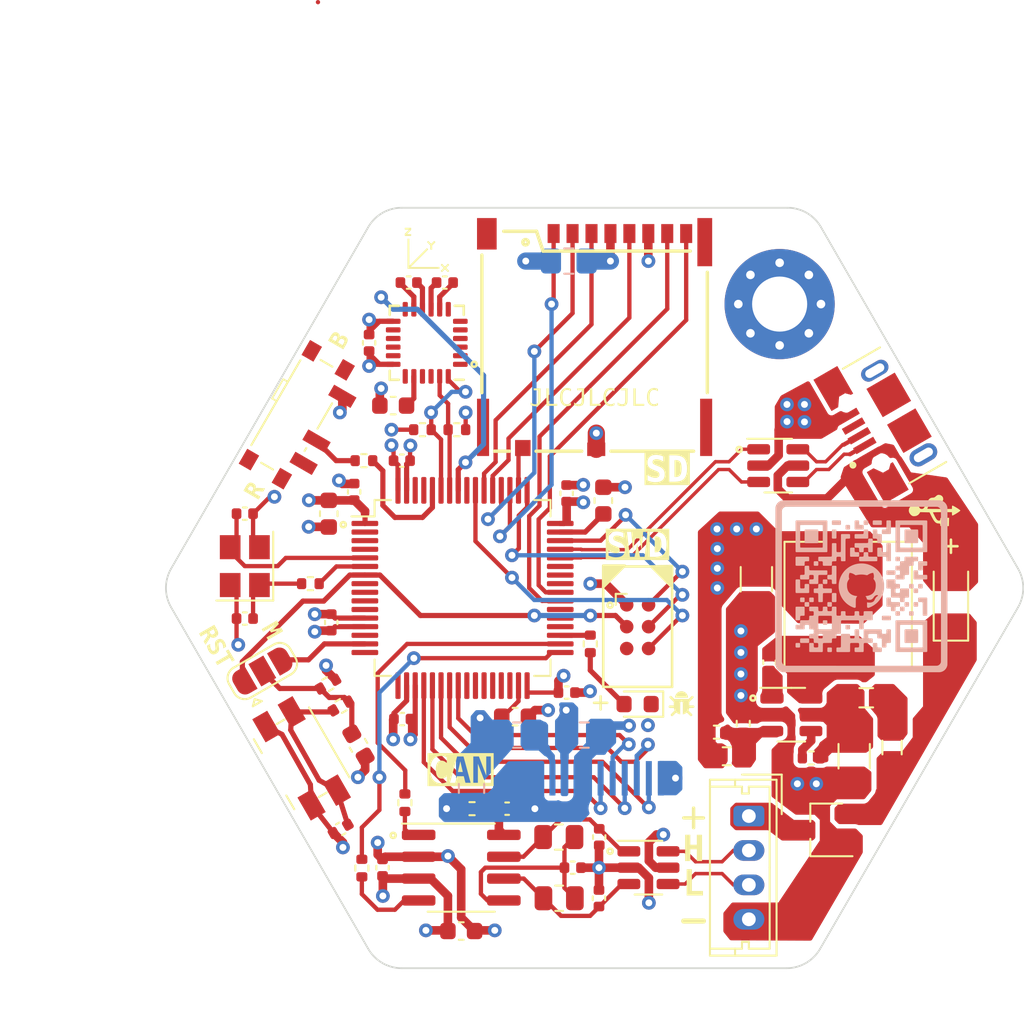
<source format=kicad_pcb>
(kicad_pcb (version 20221018) (generator pcbnew)
  (layers (0 "F.Cu" signal) (1 "In1.Cu" signal) (2 "In2.Cu" signal) (31 "B.Cu" signal) (34 "B.Paste" user) (35 "F.Paste" user) (36 "B.SilkS" user "B.Silkscreen") (37 "F.SilkS" user "F.Silkscreen") (38 "B.Mask" user) (39 "F.Mask" user) (44 "Edge.Cuts" user))
  (net 0 "")
  (net 1 "+3V3")
  (net 2 "GND")
  (net 3 "/MCU/HSE_IN")
  (net 4 "/MCU/XTAL_IN")
  (net 5 "/MCU/VCAP_1")
  (net 6 "/MCU/VCAP_2")
  (net 7 "/Sensors/CAN+")
  (net 8 "/Sensors/CAN-")
  (net 9 "/PMU/BUCK_IN")
  (net 10 "VBUS")
  (net 11 "+12V")
  (net 12 "TFT_DC")
  (net 13 "TFT_CS")
  (net 14 "TFT_SCK")
  (net 15 "TFT_MOSI")
  (net 16 "TFT_RST")
  (net 17 "/Connectors/D-")
  (net 18 "/Connectors/D+")
  (net 21 "SWDIO")
  (net 22 "NRST")
  (net 23 "SWCLK")
  (net 24 "SWO")
  (net 25 "/MCU/HSE_OUT")
  (net 26 "IMU_SDA")
  (net 27 "IMU_SCL")
  (net 28 "CAN_TX")
  (net 29 "Net-(U3-D)")
  (net 30 "Net-(SW1-B)")
  (net 31 "/MCU/BOOT0")
  (net 32 "IMU_INT")
  (net 33 "BTN")
  (net 34 "CAN_RX")
  (net 35 "USB_D-")
  (net 36 "USB_D+")
  (net 37 "CAN_CONN-")
  (net 38 "CAN_CONN+")
  (net 39 "/PMU/BUCK_OUT")
  (net 40 "/PMU/BUCK_FB")
  (net 41 "/PMU/BUCK_EN")
  (net 42 "/PMU/BUCK_BST")
  (net 43 "Net-(U3-R)")
  (net 44 "/Sensors/VREF")
  (net 45 "Net-(JP1-C)")
  (net 46 "Net-(U5-REGOUT)")
  (net 47 "Net-(U5-CPOUT)")
  (net 48 "Net-(C28-Pad1)")
  (net 84 "/Sensors/CAN_RS")
  (net 86 "/PMU/POST_POL")
  (net 87 "/PMU/POST_FUSE")
  (net 88 "/MCU/DEBUG_LED")
  (net 90 "/Connectors/TFT_LEDA")
  (net 91 "SD_DAT2")
  (net 92 "SD_DAT3")
  (net 93 "SD_CMD")
  (net 94 "SD_CLK")
  (net 95 "SD_DAT0")
  (net 96 "SD_DAT1")
  (net 97 "SD_DET")
  (net 99 "Net-(D2-A)")
  (footprint "Connector_USB:USB_Micro-B_XKB_U254-051T-4BH83-F1S" (layer "F.Cu") (at 139.27025 73.83177 120)
    (fp_text reference "J1" hide)
    (fp_text value "USB_B_Micro")
  )
  (footprint "Capacitor_SMD:C_0402_1005Metric" (layer "F.Cu") (at 113.22 66.07 180)
    (fp_text reference "C17" hide)
    (fp_text value "10n")
  )
  (footprint "Capacitor_SMD:C_0402_1005Metric" (layer "F.Cu") (at 122.189 98.298 -90)
    (fp_text reference "C19" hide)
    (fp_text value "100n")
  )
  (footprint "Resistor_SMD:R_0402_1005Metric" (layer "F.Cu") (at 108.4 100.1 -90)
    (fp_text reference "R12" hide)
    (fp_text value "47R")
  )
  (footprint "MountingHole:MountingHole_3.2mm_M3_Pad_Via" (layer "F.Cu") (at 132.67 67.32)
    (fp_text reference "H2" hide)
    (fp_text value "MountingHole")
  )
  (footprint "Resistor_SMD:R_0402_1005Metric" (layer "F.Cu") (at 106.426 89.408 -150)
    (fp_text reference "R16" hide)
    (fp_text value "10k")
  )
  (footprint "Jumper:SolderJumper-3_P1.3mm_Open_RoundedPad1.0x1.5mm" (layer "F.Cu") (at 102.616 88.646 30)
    (fp_text reference "JP1" hide)
    (fp_text value "Jumper_3_Bridged12")
  )
  (footprint "Resistor_SMD:R_0402_1005Metric" (layer "F.Cu") (at 105.41 83.57)
    (fp_text reference "R2" hide)
    (fp_text value "47R")
  )
  (footprint "Connector_Molex:Molex_Micro-Latch_53253-0470_1x04_P2.00mm_Vertical" (layer "F.Cu") (at 130.881 97.076 -90)
    (fp_text reference "J4" hide)
    (fp_text value "Conn_01x04_Pin")
  )
  (footprint "Resistor_SMD:R_0402_1005Metric" (layer "F.Cu") (at 121.67 87.07 90)
    (fp_text reference "R9" hide)
    (fp_text value "1k5")
  )
  (footprint "Capacitor_SMD:C_0402_1005Metric" (layer "F.Cu") (at 132.08 88.138 90)
    (fp_text reference "C11" hide)
    (fp_text value "22n")
  )
  (footprint "Capacitor_SMD:C_1206_3216Metric" (layer "F.Cu") (at 131.318 83.312 -90)
    (fp_text reference "C13" hide)
    (fp_text value "47u")
  )
  (footprint "Resistor_SMD:R_0402_1005Metric" (layer "F.Cu") (at 107.188 90.678 -150)
    (fp_text reference "R17" hide)
    (fp_text value "10R")
  )
  (footprint "Crystal:Crystal_SMD_3225-4Pin_3.2x2.5mm" (layer "F.Cu") (at 101.6 82.55 90)
    (fp_text reference "Y1" hide)
    (fp_text value "25MHz 12pF")
  )
  (footprint "LED_SMD:LED_0603_1608Metric" (layer "F.Cu") (at 124.42 90.57 180)
    (fp_text reference "D2" hide)
    (fp_text value "White")
  )
  (footprint "Resistor_SMD:R_0805_2012Metric" (layer "F.Cu") (at 119.841 98.298 180)
    (fp_text reference "R11" hide)
    (fp_text value "56R")
  )
  (footprint "Diode_SMD:D_SOD-123" (layer "F.Cu") (at 142.62 84.52 90)
    (fp_text reference "D1" hide)
    (fp_text value "B5819W")
  )
  (footprint "Inductor_SMD:L_0805_2012Metric" (layer "F.Cu") (at 139.2 93.091 90)
    (fp_text reference "F1" hide)
    (fp_text value "1A")
  )
  (footprint "Capacitor_SMD:C_0603_1608Metric" (layer "F.Cu") (at 106.4768 79.502 -90)
    (fp_text reference "C1" hide)
    (fp_text value "2u2")
  )
  (footprint "Symbol:Gyro_Logo" (layer "F.Cu") (at 112.17 64.22)
    (fp_text reference "G***" hide)
    (fp_text value "LOGO" hide)
  )
  (footprint "Resistor_SMD:R_0402_1005Metric" (layer "F.Cu") (at 114.8 96.647)
    (fp_text reference "R14" hide)
    (fp_text value "1k5")
  )
  (footprint "Capacitor_SMD:C_0402_1005Metric" (layer "F.Cu") (at 101.6 85.598 180)
    (fp_text reference "C8" hide)
    (fp_text value "12p")
  )
  (footprint "Symbol:USB_Logo_1mm" (layer "F.Cu") (at 141.67 79.32)
    (fp_text reference "G***" hide)
    (fp_text value "LOGO" hide)
  )
  (footprint "Capacitor_SMD:C_0402_1005Metric" (layer "F.Cu") (at 101.6 79.502)
    (fp_text reference "C7" hide)
    (fp_text value "12p")
  )
  (footprint "Capacitor_SMD:C_0402_1005Metric" (layer "F.Cu") (at 122.174 101.854 -90)
    (fp_text reference "C21" hide)
    (fp_text value "100n")
  )
  (footprint "Package_TO_SOT_SMD:SOT-23-6" (layer "F.Cu") (at 125.048 100.076)
    (fp_text reference "U4" hide)
    (fp_text value "USBLC6-2")
  )
  (footprint "Capacitor_SMD:C_0402_1005Metric" (layer "F.Cu") (at 120.3 89.9)
    (fp_text reference "C5" hide)
    (fp_text value "100n")
  )
  (footprint "Package_SO:SOIC-8_3.9x4.9mm_P1.27mm" (layer "F.Cu") (at 114.173 100.076)
    (fp_text reference "U3" hide)
    (fp_text value "SN65HVD230")
  )
  (footprint "Resistor_SMD:R_0402_1005Metric" (layer "F.Cu") (at 108.52 76.42)
    (fp_text reference "R1" hide)
    (fp_text value "10R")
  )
  (footprint "Package_TO_SOT_SMD:TSOT-23-6" (layer "F.Cu") (at 133.35 91.186)
    (fp_text reference "U2" hide)
    (fp_text value "TPMP2359D")
  )
  (footprint "Button_Switch_SMD:Panasonic_EVQPUL_EVQPUC" (layer "F.Cu") (at 104.902 93.722 120)
    (fp_text reference "SW2" hide)
    (fp_text value "SW_Omron_B3FS")
  )
  (footprint "Capacitor_SMD:C_0603_1608Metric" (layer "F.Cu") (at 110.22 73.22 180)
    (fp_text reference "C24" hide)
    (fp_text value "2u2")
  )
  (footprint "Capacitor_SMD:C_0402_1005Metric" (layer "F.Cu") (at 106.62 85.82 90)
    (fp_text reference "C29" hide)
    (fp_text value "100n")
  )
  (footprint "Capacitor_SMD:C_0402_1005Metric" (layer "F.Cu") (at 120.65 100.076)
    (fp_text reference "C20" hide)
    (fp_text value "100n")
  )
  (footprint "Capacitor_SMD:C_0402_1005Metric" (layer "F.Cu") (at 116.84 96.647)
    (fp_text reference "C22" hide)
    (fp_text value "100n")
  )
  (footprint "Capacitor_SMD:C_0402_1005Metric" (layer "F.Cu") (at 107.17 97.82 -150)
    (fp_text reference "C28" hide)
    (fp_text value "100n")
  )
  (footprint "Connector:Tag-Connect_TC2030-IDC-NL_2x03_P1.27mm_Vertical" (layer "F.Cu") (at 124.42 86.07 -90)
    (fp_text reference "J2" hide)
    (fp_text value "Conn_ARM_SWD_TC2030-NL")
  )
  (footprint "Button_Switch_SMD:SW_SPDT_PCM12" (layer "F.Cu") (at 104.902 73.914 -120)
    (fp_text reference "SW1" hide)
    (fp_text value "SW_SPDT")
  )
  (footprint "Capacitor_SMD:C_0402_1005Metric" (layer "F.Cu") (at 109.601 100.076 90)
    (fp_text reference "C16" hide)
    (fp_text value "100n")
  )
  (footprint "Capacitor_SMD:C_0402_1005Metric" (layer "F.Cu") (at 120.296 78.32 90)
    (fp_text reference "C6" hide)
    (fp_text value "100n")
  )
  (footprint "Capacitor_SMD:C_0603_1608Metric" (layer "F.Cu") (at 108.204 92.964 -60)
    (fp_text reference "C27" hide)
    (fp_text value "2u2")
  )
  (footprint "Sensor_Motion:InvenSense_QFN-24_4x4mm_P0.5mm" (layer "F.Cu") (at 112.17 69.57 180)
    (fp_text reference "U5" hide)
    (fp_text value "MPU-6050")
  )
  (footprint "Package_QFP:LQFP-64_10x10mm_P0.5mm" (layer "F.Cu") (at 114.2492 83.82)
    (fp_text reference "U1" hide)
    (fp_text value "STM32F405RGT6")
  )
  (footprint "SamacSys_Parts:503398-1892" (layer "F.Cu") (at 115.37 61.82)
    (fp_text reference "J3" hide)
    (fp_text value "Micro_SD_Card" hide)
  )
  (footprint "Capacitor_SMD:C_1206_3216Metric" (layer "F.Cu") (at 137 93.599 -90)
    (fp_text reference "C14" hide)
    (fp_text value "47u")
  )
  (footprint "Resistor_SMD:R_0402_1005Metric" (layer "F.Cu") (at 111.92 74.62 180)
    (fp_text reference "R4" hide)
    (fp_text value "1k5")
  )
  (footprint "Resistor_SMD:R_0402_1005Metric" (layer "F.Cu") (at 113.92 74.62)
    (fp_text reference "R3" hide)
    (fp_text value "1k5")
  )
  (footprint "Capacitor_SMD:C_0603_1608Metric" (layer "F.Cu") (at 114.173 103.759)
    (fp_text reference "C15" hide)
    (fp_text value "2u2")
  )
  (footprint "Resistor_SMD:R_0402_1005Metric" (layer "F.Cu") (at 110.9 96.3 -90)
    (fp_text reference "R10" hide)
    (fp_text value "47R")
  )
  (footprint "Inductor_SMD:L_7.3x7.3_H4.5" (layer "F.Cu") (at 136.652 84.836 90)
    (fp_text reference "L1" hide)
    (fp_text value "4u7")
  )
  (footprint "Capacitor_SMD:C_0402_1005Metric" (layer "F.Cu") (at 111.12 66.07 180)
    (fp_text reference "C23" hide)
    (fp_text value "100n")
  )
  (footprint "Package_TO_SOT_SMD:TSOT-23" (layer "F.Cu") (at 135.4 97.9 180)
    (fp_text reference "Q1" hide)
    (fp_text value "Q_PMOS_GSD")
  )
  (footprint "Capacitor_SMD:C_0402_1005Metric" (layer "F.Cu") (at 110.72 76.42)
    (fp_text reference "C3" hide)
    (fp_text value "100n")
  )
  (footprint "Capacitor_SMD:C_0603_1608Metric" (layer "F.Cu") (at 122.428 78.74 90)
    (fp_text reference "C10" hide)
    (fp_text value "2u2")
  )
  (footprint "Resistor_SMD:R_0402_1005Metric" (layer "F.Cu") (at 130.556 91.694 90)
    (fp_text reference "R8" hide)
    (fp_text value "10k")
  )
  (footprint "Package_TO_SOT_SMD:SOT-23-6" (layer "F.Cu") (at 132.588 76.708)
    (fp_text reference "U6" hide)
    (fp_text value "USBLC6-4")
  )
  (footprint "Resistor_SMD:R_0402_1005Metric" (layer "F.Cu") (at 134.5 93.7 180)
    (fp_text reference "R7" hide)
    (fp_text value "100k")
  )
  (footprint "Capacitor_SMD:C_0402_1005Metric" (layer "F.Cu") (at 107.95 78.232 90)
    (fp_text reference "C2" hide)
    (fp_text value "100n")
  )
  (footprint "Capacitor_SMD:C_0603_1608Metric" (layer "F.Cu") (at 117.3 91.3)
    (fp_text reference "C9" hide)
    (fp_text value "2u2")
  )
  (footprint "Resistor_SMD:R_0603_1608Metric" (layer "F.Cu") (at 129.6 93.6)
    (fp_text reference "R6" hide)
    (fp_text value "560k")
  )
  (footprint "Capacitor_SMD:C_0402_1005Metric" (layer "F.Cu") (at 108.82 69.57 -90)
    (fp_text reference "C18" hide)
    (fp_text value "100n")
  )
  (footprint "Capacitor_SMD:C_0402_1005Metric" (layer "F.Cu") (at 110.744 91.44 180)
    (fp_text reference "C4" hide)
    (fp_text value "100n")
  )
  (footprint "Symbol:Bug_Logo" (layer "F.Cu") (at 126.97 90.57)
    (fp_text reference "G***" hide)
    (fp_text value "LOGO" hide)
  )
  (footprint "Inductor_SMD:L_0805_2012Metric" (layer "F.Cu") (at 137.7 90.2 180)
    (fp_text reference "FB1" hide)
    (fp_text value "100 @ 100MHz")
  )
  (footprint "Resistor_SMD:R_0805_2012Metric" (layer "F.Cu") (at 119.861 101.854)
    (fp_text reference "R13" hide)
    (fp_text value "56R")
  )
  (footprint "Resistor_SMD:R_0402_1005Metric" (layer "F.Cu") (at 129 92.2)
    (fp_text reference "R5" hide)
    (fp_text value "33k")
  )
  (footprint "Capacitor_SMD:C_0805_2012Metric_Pad1.18x1.45mm_HandSolder" (layer "B.Cu") (at 120.42 64.82 180)
    (fp_text reference "C30" hide)
    (fp_text value "100n")
  )
  (footprint "Capacitor_SMD:C_0805_2012Metric_Pad1.18x1.45mm_HandSolder" (layer "B.Cu") (at 121.32 92.37)
    (fp_text reference "C25" hide)
    (fp_text value "100n")
  )
  (footprint "Symbol:GitHubQR_Logo" (layer "B.Cu") (at 137.42 83.82 180)
    (fp_text reference "G***" hide)
    (fp_text value "LOGO" hide)
  )
  (footprint "Resistor_SMD:R_0805_2012Metric_Pad1.20x1.40mm_HandSolder" (layer "B.Cu") (at 117.42 92.37)
    (fp_text reference "R15" hide)
    (fp_text value "10R")
  )
  (footprint "Display:ER_TFT128-1" (layer "B.Cu") (at 121.92 83.82 180)
    (fp_text reference "H1" hide)
    (fp_text value "ER_TFT128-1")
  )
  (footprint "Capacitor_SMD:C_0805_2012Metric_Pad1.18x1.45mm_HandSolder" (layer "B.Cu") (at 114.77 95.47 -90)
    (fp_text reference "C26" hide)
    (fp_text value "2u2")
  )
  (gr_line locked (start 122.42 89.57) (end 122.42 83.77) (stroke (width 0.15)) (layer "F.SilkS"))
  (gr_poly locked (pts (xy 122.42 83.77) (xy 122.42 82.52) (xy 123.67 82.52)) (stroke (width 0.15)) (fill solid) (layer "F.SilkS"))
  (gr_line locked (start 126.420001 83.77) (end 125.220001 82.57) (stroke (width 0.15)) (layer "F.SilkS"))
  (gr_circle locked (center 122.82 84.82) (end 122.77 84.77) (stroke (width 0.15)) (fill none) (layer "F.SilkS"))
  (gr_line locked (start 122.42 89.57) (end 126.420001 89.57) (stroke (width 0.15)) (layer "F.SilkS"))
  (gr_circle (center 130.32 75.77) (end 130.37 75.82) (stroke (width 0.15)) (fill none) (layer "F.SilkS"))
  (gr_circle (center 107.32 80.14071) (end 107.37 80.19071) (stroke (width 0.15)) (fill none) (layer "F.SilkS"))
  (gr_circle (center 131.12 90.22) (end 131.17 90.27) (stroke (width 0.15)) (fill none) (layer "F.SilkS"))
  (gr_poly locked (pts (xy 126.420001 83.77) (xy 126.42 82.545) (xy 125.220001 82.57)) (stroke (width 0.15)) (fill solid) (layer "F.SilkS"))
  (gr_circle (center 122.82 99.12) (end 122.87 99.17) (stroke (width 0.15)) (fill none) (layer "F.SilkS"))
  (gr_circle (center 110.22 98.19929) (end 110.27 98.24929) (stroke (width 0.15)) (fill none) (layer "F.SilkS"))
  (gr_circle (center 114.92 70.82) (end 114.97 70.87) (stroke (width 0.15)) (fill none) (layer "F.SilkS"))
  (gr_line locked (start 125.220001 82.57) (end 123.620001 82.57) (stroke (width 0.15)) (layer "F.SilkS"))
  (gr_line locked (start 122.42 83.77) (end 123.620001 82.57) (stroke (width 0.15)) (layer "F.SilkS"))
  (gr_line locked (start 126.420001 89.57) (end 126.420001 83.77) (stroke (width 0.15)) (layer "F.SilkS"))
  (gr_arc (start 146.51875 82.695) (mid 146.82 83.82) (end 146.51875 84.945) (stroke (width 0.1)) (layer "Edge.Cuts"))
  (gr_arc (start 135.020539 104.79156) (mid 134.196719 105.617564) (end 133.07 105.92) (stroke (width 0.1)) (layer "Edge.Cuts"))
  (gr_line (start 133.12 61.72) (end 110.72 61.72) (stroke (width 0.1)) (layer "Edge.Cuts"))
  (gr_arc (start 133.12 61.72) (mid 134.235981 62.016263) (end 135.058073 62.827034) (stroke (width 0.1)) (layer "Edge.Cuts"))
  (gr_arc (start 97.320001 84.945) (mid 97.018751 83.82) (end 97.320001 82.695) (stroke (width 0.1)) (layer "Edge.Cuts"))
  (gr_line (start 97.320001 82.695) (end 108.760298 62.864527) (stroke (width 0.1)) (layer "Edge.Cuts"))
  (gr_arc (start 110.72 105.92) (mid 109.585278 105.612912) (end 108.760298 104.775473) (stroke (width 0.1)) (layer "Edge.Cuts"))
  (gr_line (start 110.72 105.92) (end 133.07 105.92) (stroke (width 0.1)) (layer "Edge.Cuts"))
  (gr_line (start 146.51875 82.695) (end 135.058073 62.827034) (stroke (width 0.1)) (layer "Edge.Cuts"))
  (gr_line (start 97.320001 84.945) (end 108.760298 104.775473) (stroke (width 0.1)) (layer "Edge.Cuts"))
  (gr_arc (start 108.760298 62.864527) (mid 109.585278 62.027088) (end 110.72 61.72) (stroke (width 0.1)) (layer "Edge.Cuts"))
  (gr_line (start 146.51875 84.945) (end 135.020539 104.79156) (stroke (width 0.1)) (layer "Edge.Cuts"))
  (gr_text "+" (at 127.67 97.07) (layer "F.SilkS") (effects (font (size 1.5 1.5) (thickness 0.2) bold)))
  (gr_text "M" (at 103.12 86.32 300) (layer "F.SilkS") (effects (font (size 1 1) (thickness 0.2) bold)))
  (gr_text "SD" (at 126.12 77.02) (layer "F.SilkS" knockout) (effects (font (size 1.5 1.5) (thickness 0.14) bold)))
  (gr_text "L" (at 127.67 101.07) (layer "F.SilkS") (effects (font (size 1.5 1.5) (thickness 0.3) bold)))
  (gr_text "-" (at 127.67 103.07) (layer "F.SilkS") (effects (font (size 1.5 1.5) (thickness 0.3) bold)))
  (gr_text "CAN" (at 114.12 94.52) (layer "F.SilkS" knockout) (effects (font (size 1.5 1.5) (thickness 0.14) bold)))
  (gr_text locked "SWD" (at 124.395 81.42) (layer "F.SilkS" knockout) (effects (font (size 1.42 1.42) (thickness 0.2) bold)))
  (gr_text "+" (at 142.62 81.32) (layer "F.SilkS") (effects (font (size 1 1))))
  (gr_text "RST" (at 100.52 88.37 300) (layer "F.SilkS") (effects (font (size 1 1) (thickness 0.2) bold) (justify right)))
  (gr_text "B" (at 106.92 69.82 60) (layer "F.SilkS") (effects (font (size 1 1) (thickness 0.2) bold) (justify left)))
  (gr_text "R" (at 102.42 77.82 60) (layer "F.SilkS") (effects (font (size 1 1) (thickness 0.2) bold) (justify right)))
  (gr_text "JLCJLCJLC" (at 121.92 72.82) (layer "F.SilkS") (effects (font (size 1 1))))
  (gr_text "+" (at 122.27 90.57 180) (layer "F.SilkS") (effects (font (size 1 1))))
  (gr_text "H" (at 127.67 99.07) (layer "F.SilkS") (effects (font (size 1.5 1.5) (thickness 0.3) bold)))
  (segment (start 121.67 83.57) (end 122.555 83.57) (width 0.5) (layer "F.Cu") (net 1))
  (segment (start 120.296 78.8) (end 120.296 79.9011) (width 0.5) (layer "F.Cu") (net 1))
  (segment (start 108.82 68.22) (end 108.82 69.09) (width 0.3) (layer "F.Cu") (net 1))
  (segment (start 110.24 76.42) (end 110.24 75.64) (width 0.25) (layer "F.Cu") (net 1))
  (segment (start 122.84 63.22) (end 122.84 64.82) (width 0.5) (layer "F.Cu") (net 1))
  (segment (start 110.4992 78.145) (end 110.4992 76.6792) (width 0.3) (layer "F.Cu") (net 1))
  (segment (start 111.4992 92.340796) (end 111.22 92.619996) (width 0.3) (layer "F.Cu") (net 1))
  (segment (start 121.222568 78.8) (end 120.296 78.8) (width 0.5) (layer "F.Cu") (net 1))
  (segment (start 122.555 83.57) (end 123.785 84.8) (width 0.5) (layer "F.Cu") (net 1))
  (segment (start 107.265416 73.474584) (end 107.12 73.62) (width 0.5) (layer "F.Cu") (net 1))
  (segment (start 120.12 88.92) (end 119.82 89.22) (width 0.5) (layer "F.Cu") (net 1))
  (segment (start 111.224 92.615996) (end 111.22 92.619996) (width 0.3) (layer "F.Cu") (net 1))
  (segment (start 125.073 98.597236) (end 125.516801 98.153435) (width 0.5) (layer "F.Cu") (net 1))
  (segment (start 113.398 103.759) (end 113.398 101.714) (width 0.5) (layer "F.Cu") (net 1))
  (segment (start 121.264168 78.8416) (end 121.222568 78.8) (width 0.5) (layer "F.Cu") (net 1))
  (segment (start 108.585 79.502) (end 108.585 79.347) (width 0.5) (layer "F.Cu") (net 1))
  (segment (start 114.43 74.62) (end 114.43 73.62) (width 0.25) (layer "F.Cu") (net 1))
  (segment (start 120.1271 80.07) (end 119.9242 80.07) (width 0.3) (layer "F.Cu") (net 1))
  (segment (start 105.724 86.3) (end 105.664 86.36) (width 0.5) (layer "F.Cu") (net 1))
  (segment (start 119.52 89.9) (end 118.094 89.9) (width 0.25) (layer "F.Cu") (net 1))
  (segment (start 106.85 86.07) (end 106.62 86.3) (width 0.3) (layer "F.Cu") (net 1))
  (segment (start 111.4992 89.495) (end 111.4992 92.340796) (width 0.3) (layer "F.Cu") (net 1))
  (segment (start 113.398 101.714) (end 112.395 100.711) (width 0.5) (layer "F.Cu") (net 1))
  (segment (start 118.094 89.9) (end 117.9992 89.8052) (width 0.25) (layer "F.Cu") (net 1))
  (segment (start 107.935 78.727) (end 107.95 78.712) (width 0.5) (layer "F.Cu") (net 1))
  (segment (start 125.073 99.68305) (end 125.073 98.597236) (width 0.5) (layer "F.Cu") (net 1))
  (segment (start 108.585 80.0592) (end 108.585 79.502) (width 0.3) (layer "F.Cu") (net 1))
  (segment (start 110.4992 76.6792) (end 110.24 76.42) (width 0.3) (layer "F.Cu") (net 1))
  (segment (start 108.5742 80.07) (end 108.585 80.0592) (width 0.3) (layer "F.Cu") (net 1))
  (segment (start 119.82 89.22) (end 119.82 89.9) (width 0.5) (layer "F.Cu") (net 1))
  (segment (start 112.12 103.72) (end 113.359 103.72) (width 0.5) (layer "F.Cu") (net 1))
  (segment (start 126.1855 100.076) (end 125.46595 100.076) (width 0.5) (layer "F.Cu") (net 1))
  (segment (start 107.265416 72.680443) (end 107.265416 73.474584) (width 0.5) (layer "F.Cu") (net 1))
  (segment (start 112.92 66.892965) (end 113.7 66.112965) (width 0.3) (layer "F.Cu") (net 1))
  (segment (start 108.585 79.347) (end 107.95 78.712) (width 0.5) (layer "F.Cu") (net 1))
  (segment (start 125.516801 98.153435) (end 125.911247 98.153435) (width 0.5) (layer "F.Cu") (net 1))
  (segment (start 111.41 74.62) (end 110.120006 74.62) (width 0.25) (layer "F.Cu") (net 1))
  (segment (start 111.698 100.711) (end 109.756 100.711) (width 0.5) (layer "F.Cu") (net 1))
  (segment (start 106.32 88.605327) (end 106.867673 89.153) (width 0.5) (layer "F.Cu") (net 1))
  (segment (start 112.395 100.711) (end 111.698 100.711) (width 0.5) (layer "F.Cu") (net 1))
  (segment (start 113.7 66.112965) (end 113.7 66.07) (width 0.3) (layer "F.Cu") (net 1))
  (segment (start 106.32 88.32) (end 106.32 88.605327) (width 0.5) (layer "F.Cu") (net 1))
  (segment (start 108.5742 86.07) (end 106.85 86.07) (width 0.3) (layer "F.Cu") (net 1))
  (segment (start 108.82 69.09) (end 108.82 68.92) (width 0.3) (layer "F.Cu") (net 1))
  (segment (start 108.82 68.22) (end 108.92 68.32) (width 0.3) (layer "F.Cu") (net 1))
  (segment (start 117.9992 89.8052) (end 117.9992 89.495) (width 0.25) (layer "F.Cu") (net 1))
  (segment (start 106.4768 78.727) (end 107.935 78.727) (width 0.5) (layer "F.Cu") (net 1))
  (segment (start 113.359 103.72) (end 113.398 103.759) (width 0.5) (layer "F.Cu") (net 1))
  (segment (start 112.92 67.62) (end 112.92 66.892965) (width 0.3) (layer "F.Cu") (net 1))
  (segment (start 111.224 91.44) (end 111.224 92.615996) (width 0.3) (layer "F.Cu") (net 1))
  (segment (start 109.62 101.72) (end 109.62 100.575) (width 0.5) (layer "F.Cu") (net 1))
  (segment (start 110.24 75.64) (end 110.12 75.52) (width 0.25) (layer "F.Cu") (net 1))
  (segment (start 120.296 79.9011) (end 120.1271 80.07) (width 0.3) (layer "F.Cu") (net 1))
  (segment (start 125.46595 100.076) (end 125.073 99.68305) (width 0.5) (layer "F.Cu") (net 1))
  (segment (start 108.82 68.92) (end 109.42 68.32) (width 0.3) (layer "F.Cu") (net 1))
  (segment (start 110.120006 74.62) (end 110.12 74.620006) (width 0.25) (layer "F.Cu") (net 1))
  (segment (start 109.756 100.711) (end 109.601 100.556) (width 0.5) (layer "F.Cu") (net 1))
  (segment (start 109.42 68.32) (end 110.22 68.32) (width 0.3) (layer "F.Cu") (net 1))
  (segment (start 109.62 100.575) (end 109.601 100.556) (width 0.5) (layer "F.Cu") (net 1))
  (segment (start 106.62 86.3) (end 105.724 86.3) (width 0.5) (layer "F.Cu") (net 1))
  (segment (start 108.92 68.32) (end 110.22 68.32) (width 0.3) (layer "F.Cu") (net 1))
  (segment (start 105.327 78.727) (end 105.32 78.72) (width 0.5) (layer "F.Cu") (net 1))
  (segment (start 106.4768 78.727) (end 105.327 78.727) (width 0.5) (layer "F.Cu") (net 1))
  (via (at 125.911247 98.153435) (size 0.8) (drill 0.4) (layers "F.Cu" "B.Cu") (net 1))
  (via (at 129.032 80.391) (size 0.8) (drill 0.4) (layers "F.Cu" "B.Cu") (net 1))
  (via (at 112.12 103.72) (size 0.8) (drill 0.4) (layers "F.Cu" "B.Cu") (net 1))
  (via (at 114.43 73.62) (size 0.8) (drill 0.4) (layers "F.Cu" "B.Cu") (net 1))
  (via (at 108.82 68.22) (size 0.8) (drill 0.4) (layers "F.Cu" "B.Cu") (net 1))
  (via (at 120.27 90.92) (size 0.8) (drill 0.4) (layers "F.Cu" "B.Cu") (net 1))
  (via (at 106.32 88.32) (size 0.8) (drill 0.4) (layers "F.Cu" "B.Cu") (net 1))
  (via (at 130.175 80.391) (size 0.8) (drill 0.4) (layers "F.Cu" "B.Cu") (net 1))
  (via (at 107.12 73.62) (size 0.8) (drill 0.4) (layers "F.Cu" "B.Cu") (net 1))
  (via (at 131.318 80.391) (size 0.8) (drill 0.4) (layers "F.Cu" "B.Cu") (net 1))
  (via (at 105.32 78.72) (size 0.8) (drill 0.4) (layers "F.Cu" "B.Cu") (net 1))
  (via (at 110.12 75.52) (size 0.8) (drill 0.4) (layers "F.Cu" "B.Cu") (net 1))
  (via (at 121.67 83.57) (size 0.8) (drill 0.4) (layers "F.Cu" "B.Cu") (net 1))
  (via (at 115.27 91.37) (size 0.8) (drill 0.4) (layers "F.Cu" "B.Cu") (net 1))
  (via (at 109.62 101.72) (size 0.8) (drill 0.4) (layers "F.Cu" "B.Cu") (net 1))
  (via (at 129.05 81.534) (size 0.8) (drill 0.4) (layers "F.Cu" "B.Cu") (net 1))
  (via (at 121.264168 78.8416) (size 0.8) (drill 0.4) (layers "F.Cu" "B.Cu") (net 1))
  (via (at 110.12 74.620006) (size 0.8) (drill 0.4) (layers "F.Cu" "B.Cu") (net 1))
  (via (at 129.05 83.82) (size 0.8) (drill 0.4) (layers "F.Cu" "B.Cu") (net 1))
  (via (at 122.84 64.82) (size 0.8) (drill 0.4) (layers "F.Cu" "B.Cu") (net 1))
  (via (at 129.05 82.677) (size 0.8) (drill 0.4) (layers "F.Cu" "B.Cu") (net 1))
  (via (at 105.664 86.36) (size 0.8) (drill 0.4) (layers "F.Cu" "B.Cu") (net 1))
  (via (at 120.12 88.92) (size 0.8) (drill 0.4) (layers "F.Cu" "B.Cu") (net 1))
  (via (at 111.22 92.619996) (size 0.8) (drill 0.4) (layers "F.Cu" "B.Cu") (net 1))
  (segment (start 121.4575 64.82) (end 122.84 64.82) (width 1) (layer "B.Cu") (net 1))
  (segment (start 125.072977 100.672977) (end 125.072977 102.120012) (width 0.5) (layer "F.Cu") (net 2))
  (segment (start 121.13 100.076) (end 122.174 100.076) (width 0.5) (layer "F.Cu") (net 2))
  (segment (start 107.3 98.605692) (end 106.754308 98.06) (width 0.5) (layer "F.Cu") (net 2))
  (segment (start 108.82 70.22) (end 109.42 70.82) (width 0.3) (layer "F.Cu") (net 2))
  (segment (start 114.29 96.647) (end 113.322 96.647) (width 0.5) (layer "F.Cu") (net 2))
  (segment (start 123.9105 100.076) (end 124.476 100.076) (width 0.5) (layer "F.Cu") (net 2))
  (segment (start 122.174 100.076) (end 122.174 98.793) (width 0.5) (layer "F.Cu") (net 2))
  (segment (start 102.853378 91.873683) (end 103.759 92.329) (width 0.3) (layer "F.Cu") (net 2))
  (segment (start 110.22 92.62) (end 110.22 91.484) (width 0.5) (layer "F.Cu") (net 2))
  (segment (start 112.42 66.39) (end 112.74 66.07) (width 0.3) (layer "F.Cu") (net 2))
  (segment (start 132.613 74.637) (end 133.1 74.15) (width 0.5) (layer "F.Cu") (net 2))
  (segment (start 118.075 91.3) (end 118.455 90.92) (width 0.5) (layer "F.Cu") (net 2))
  (segment (start 108.5915 93.63517) (end 108.5915 94.3985) (width 0.5) (layer "F.Cu") (net 2))
  (segment (start 106.4638 80.264) (end 106.4768 80.277) (width 0.5) (layer "F.Cu") (net 2))
  (segment (start 122.02 75.755) (end 122.015 75.76) (width 1) (layer "F.Cu") (net 2))
  (segment (start 110.264 91.106241) (end 110.264 91.44) (width 0.3) (layer "F.Cu") (net 2))
  (segment (start 110.9992 76.6208) (end 111.2 76.42) (width 0.3) (layer "F.Cu") (net 2))
  (segment (start 111.2 75.556003) (end 111.218666 75.537337) (width 0.25) (layer "F.Cu") (net 2))
  (segment (start 120.78 89.9) (end 121.507085 89.9) (width 0.5) (layer "F.Cu") (net 2))
  (segment (start 106.85 85.57) (end 108.5742 85.57) (width 0.3) (layer "F.Cu") (net 2))
  (segment (start 131.4505 76.708) (end 132.011528 76.708) (width 0.5) (layer "F.Cu") (net 2))
  (segment (start 101.12 84.02) (end 100.75 83.65) (width 0.25) (layer "F.Cu") (net 2))
  (segment (start 113.322 96.647) (end 113.32 96.645) (width 0.5) (layer "F.Cu") (net 2))
  (segment (start 118.45 96.65) (end 117.323 96.65) (width 0.5) (layer "F.Cu") (net 2))
  (segment (start 111.42 66.892965) (end 110.64 66.112965) (width 0.3) (layer "F.Cu") (net 2))
  (segment (start 106.62 85.34) (end 105.667994 85.34) (width 0.5) (layer "F.Cu") (net 2))
  (segment (start 102.45 81.45) (end 102.08 81.08) (width 0.25) (layer "F.Cu") (net 2))
  (segment (start 102.08 79.502) (end 103.062 78.52) (width 0.25) (layer "F.Cu") (net 2))
  (segment (start 109.445 73.22) (end 109.445 72.29501) (width 0.5) (layer "F.Cu") (net 2))
  (segment (start 101.12 85.598) (end 101.12 84.02) (width 0.25) (layer "F.Cu") (net 2))
  (segment (start 121.573485 89.9) (end 121.652927 89.820558) (width 0.5) (layer "F.Cu") (net 2))
  (segment (start 107.932 77.77) (end 107.27 77.77) (width 0.5) (layer "F.Cu") (net 2))
  (segment (start 109.319992 99.314992) (end 109.319992 98.62) (width 0.5) (layer "F.Cu") (net 2))
  (segment (start 132.613 76.106528) (end 132.613 74.637) (width 0.5) (layer "F.Cu") (net 2))
  (segment (start 123.9105 100.076) (end 122.174 100.076) (width 0.5) (layer "F.Cu") (net 2))
  (segment (start 109.42 70.82) (end 110.22 70.82) (width 0.3) (layer "F.Cu") (net 2))
  (segment (start 110.64 66.112965) (end 110.64 66.07) (width 0.3) (layer "F.Cu") (net 2))
  (segment (start 125.04 63.22) (end 125.04 64.815006) (width 0.5) (layer "F.Cu") (net 2))
  (segment (start 132.011528 76.708) (end 132.613 76.106528) (width 0.5) (layer "F.Cu") (net 2))
  (segment (start 118.455 90.92) (end 119.22 90.92) (width 0.5) (layer "F.Cu") (net 2))
  (segment (start 105.3084 80.264) (end 106.4638 80.264) (width 0.5) (layer "F.Cu") (net 2))
  (segment (start 110.22 91.484) (end 110.264 91.44) (width 0.5) (layer "F.Cu") (net 2))
  (segment (start 111.42 67.62) (end 111.42 66.892965) (width 0.3) (layer "F.Cu") (net 2))
  (segment (start 109.445 72.29501) (end 109.52 72.22001) (width 0.5) (layer "F.Cu") (net 2))
  (segment (start 117.323 96.65) (end 117.32 96.647) (width 0.5) (layer "F.Cu") (net 2))
  (segment (start 107.95 77.752) (end 107.932 77.77) (width 0.5) (layer "F.Cu") (net 2))
  (segment (start 105.41 95.25) (end 105.478378 96.420317) (width 0.3) (layer "F.Cu") (net 2))
  (segment (start 122.174 101.374) (end 122.174 100.076) (width 0.5) (layer "F.Cu") (net 2))
  (segment (start 107.27 77.77) (end 107.07 77.57) (width 0.5) (layer "F.Cu") (net 2))
  (segment (start 114.17 102.981) (end 114.948 103.759) (width 0.5) (layer "F.Cu") (net 2))
  (segment (start 106.754308 98.06) (end 105.478378 96.420317) (width 0.3) (layer "F.Cu") (net 2))
  (segment (start 114.987 103.72) (end 114.948 103.759) (width 0.5) (layer "F.Cu") (net 2))
  (segment (start 106.62 85.34) (end 106.85 85.57) (width 0.3) (layer "F.Cu") (net 2))
  (segment (start 102.08 81.08) (end 102.08 79.502) (width 0.25) (layer "F.Cu") (net 2))
  (segment (start 108.92 70.82) (end 108.82 70.92) (width 0.3) (layer "F.Cu") (net 2))
  (segment (start 108.5915 94.3985) (end 108.17 94.82) (width 0.5) (layer "F.Cu") (net 2))
  (segment (start 105.667994 85.34) (end 105.664 85.343994) (width 0.5) (layer "F.Cu") (net 2))
  (segment (start 114.17 100.17) (end 114.17 102.981) (width 0.5) (layer "F.Cu") (net 2))
  (segment (start 110.9992 89.495) (end 110.9992 90.371041) (width 0.3) (layer "F.Cu") (net 2))
  (segment (start 125.04 64.815006) (end 125.044994 64.82) (width 0.5) (layer "F.Cu") (net 2))
  (segment (start 121.2452 77.84) (end 120.296 77.84) (width 0.5) (layer "F.Cu") (net 2))
  (segment (start 121.2596 77.8256) (end 121.2452 77.84) (width 0.5) (layer "F.Cu") (net 2))
  (segment (start 108.82 70.05) (end 108.82 70.22) (width 0.3) (layer "F.Cu") (net 2))
  (segment (start 111.698 99.441) (end 109.756 99.441) (width 0.5) (layer "F.Cu") (net 2))
  (segment (start 122.02 74.82) (end 122.02 75.755) (width 1) (layer "F.Cu") (net 2))
  (segment (start 103.759 92.329) (end 105.41 95.25) (width 0.3) (layer "F.Cu") (net 2))
  (segment (start 124.476 100.076) (end 125.072977 100.672977) (width 0.5) (layer "F.Cu") (net 2))
  (segment (start 103.062 78.52) (end 103.32 78.52) (width 0.25) (layer "F.Cu") (net 2))
  (segment (start 110.22 70.82) (end 108.92 70.82) (width 0.3) (layer "F.Cu") (net 2))
  (segment (start 113.4 99.4) (end 114.17 100.17) (width 0.5) (layer "F.Cu") (net 2))
  (segment (start 110.9992 78.145) (end 110.9992 76.6208) (width 0.3) (layer "F.Cu") (net 2))
  (segment (start 111.2 76.42) (end 111.2 75.556003) (width 0.25) (layer "F.Cu") (net 2))
  (segment (start 122.174 98.793) (end 122.189 98.778) (width 0.5) (layer "F.Cu") (net 2))
  (segment (start 112.42 67.62) (end 112.42 66.39) (width 0.3) (layer "F.Cu") (net 2))
  (segment (start 116.12 103.72) (end 114.987 103.72) (width 0.5) (layer "F.Cu") (net 2))
  (segment (start 109.756 99.441) (end 109.601 99.596) (width 0.5) (layer "F.Cu") (net 2))
  (segment (start 113.4 99.4) (end 113.359 99.441) (width 0.5) (layer "F.Cu") (net 2))
  (segment (start 109.601 99.596) (end 109.319992 99.314992) (width 0.5) (layer "F.Cu") (net 2))
  (segment (start 113.359 99.441) (end 111.698 99.441) (width 0.5) (layer "F.Cu") (net 2))
  (segment (start 101.12 87.023) (end 101.219 87.122) (width 0.25) (layer "F.Cu") (net 2))
  (segment (start 101.12 85.598) (end 101.12 87.023) (width 0.25) (layer "F.Cu") (net 2))
  (segment (start 122.428 77.965) (end 123.685016 77.965) (width 0.5) (layer "F.Cu") (net 2))
  (segment (start 107.3 98.9) (end 107.3 98.605692) (width 0.5) (layer "F.Cu") (net 2))
  (segment (start 108.82 70.92) (end 108.82 70.05) (width 0.3) (layer "F.Cu") (net 2))
  (segment (start 110.9992 90.371041) (end 110.264 91.106241) (width 0.3) (layer "F.Cu") (net 2))
  (via (at 133.7 95.2) (size 0.8) (drill 0.4) (layers "F.Cu" "B.Cu") (net 2))
  (via (at 123.685016 77.965) (size 0.8) (drill 0.4) (layers "F.Cu" "B.Cu") (net 2))
  (via (at 123.92 91.82) (size 0.8) (drill 0.4) (layers "F.Cu" "B.Cu") (net 2))
  (via (at 118.45 96.65) (size 0.8) (drill 0.4) (layers "F.Cu" "B.Cu") (net 2))
  (via (at 133.1 74.15) (size 0.8) (drill 0.4) (layers "F.Cu" "B.Cu") (net 2))
  (via (at 107.3 98.9) (size 0.8) (drill 0.4) (layers "F.Cu" "B.Cu") (net 2))
  (via (at 133.096 73.152) (size 0.8) (drill 0.4) (layers "F.Cu" "B.Cu") (net 2))
  (via (at 122.02 74.82) (size 0.8) (drill 0.4) (layers "F.Cu" "B.Cu") (net 2))
  (via (at 130.42 90.07) (size 0.8) (drill 0.4) (layers "F.Cu" "B.Cu") (net 2))
  (via (at 125.072977 102.120012) (size 0.8) (drill 0.4) (layers "F.Cu" "B.Cu") (net 2))
  (via (at 134.112 74.168) (size 0.8) (drill 0.4) (layers "F.Cu" "B.Cu") (net 2))
  (via (at 134.8 95.2) (size 0.8) (drill 0.4) (layers "F.Cu" "B.Cu") (net 2))
  (via (at 122.174 100.076) (size 0.8) (drill 0.4) (layers "F.Cu" "B.Cu") (net 2))
  (via (at 109.319992 98.62) (size 0.8) (drill 0.4) (layers "F.Cu" "B.Cu") (net 2))
  (via (at 101.219 87.122) (size 0.8) (drill 0.4) (layers "F.Cu" "B.Cu") (net 2))
  (via (at 105.3084 80.264) (size 0.8) (drill 0.4) (layers "F.Cu" "B.Cu") (net 2))
  (via (at 125.02 91.795) (size 0.8) (drill 0.4) (layers "F.Cu" "B.Cu") (net 2))
  (via (at 125.044994 64.82) (size 0.8) (drill 0.4) (layers "F.Cu" "B.Cu") (net 2))
  (via (at 116.12 103.72) (size 0.8) (drill 0.4) (layers "F.Cu" "B.Cu") (net 2))
  (via (at 117.92 64.82) (size 0.8) (drill 0.4) (layers "F.Cu" "B.Cu") (net 2))
  (via (at 130.42 86.32) (size 0.8) (drill 0.4) (layers "F.Cu" "B.Cu") (net 2))
  (via (at 126.62 94.87) (size 0.8) (drill 0.4) (layers "F.Cu" "B.Cu") (net 2))
  (via (at 113.4 99.4) (size 0.8) (drill 0.4) (layers "F.Cu" "B.Cu") (net 2))
  (via (at 109.52 72.22001) (size 0.8) (drill 0.4) (layers "F.Cu" "B.Cu") (net 2))
  (via (at 107.07 77.57) (size 0.8) (drill 0.4) (layers "F.Cu" "B.Cu") (net 2))
  (via (at 113.32 96.645) (size 0.8) (drill 0.4) (layers "F.Cu" "B.Cu") (net 2))
  (via (at 108.82 70.92) (size 0.8) (drill 0.4) (layers "F.Cu" "B.Cu") (net 2))
  (via (at 103.32 78.52) (size 0.8) (drill 0.4) (layers "F.Cu" "B.Cu") (net 2))
  (via (at 105.664 85.343994) (size 0.8) (drill 0.4) (layers "F.Cu" "B.Cu") (net 2))
  (via (at 134.112 73.152) (size 0.8) (drill 0.4) (layers "F.Cu" "B.Cu") (net 2))
  (via (at 108.17 94.82) (size 0.8) (drill 0.4) (layers "F.Cu" "B.Cu") (net 2))
  (via (at 111.218666 75.537337) (size 0.8) (drill 0.4) (layers "F.Cu" "B.Cu") (net 2))
  (via (at 121.2596 77.8256) (size 0.8) (drill 0.4) (layers "F.Cu" "B.Cu") (net 2))
  (via (at 110.22 92.62) (size 0.8) (drill 0.4) (layers "F.Cu" "B.Cu") (net 2))
  (via (at 119.22 90.92) (size 0.8) (drill 0.4) (layers "F.Cu" "B.Cu") (net 2))
  (via (at 130.42 88.82) (size 0.8) (drill 0.4) (layers "F.Cu" "B.Cu") (net 2))
  (via (at 121.652927 89.820558) (size 0.8) (drill 0.4) (layers "F.Cu" "B.Cu") (net 2))
  (via (at 130.42 87.57) (size 0.8) (drill 0.4) (layers "F.Cu" "B.Cu") (net 2))
  (segment (start 122.92 91.82) (end 123.92 91.82) (width 0.5) (layer "B.Cu") (net 2))
  (segment (start 122.3575 92.37) (end 122.37 92.37) (width 0.5) (layer "B.Cu") (net 2))
  (segment (start 119.3825 64.82) (end 117.92 64.82) (width 1) (layer "B.Cu") (net 2))
  (segment (start 122.37 92.37) (end 122.92 91.82) (width 0.5) (layer "B.Cu") (net 2))
  (segment (start 100.75 81.7) (end 101.6 82.55) (width 0.25) (layer "F.Cu") (net 3))
  (segment (start 103.985 82.07) (end 108.5742 82.07) (width 0.25) (layer "F.Cu") (net 3))
  (segment (start 100.75 81.45) (end 100.75 81.7) (width 0.25) (layer "F.Cu") (net 3))
  (segment (start 100.75 81.45) (end 101.12 81.08) (width 0.25) (layer "F.Cu") (net 3))
  (segment (start 101.6 82.55) (end 103.505 82.55) (width 0.25) (layer "F.Cu") (net 3))
  (segment (start 103.505 82.55) (end 103.985 82.07) (width 0.25) (layer "F.Cu") (net 3))
  (segment (start 101.12 81.08) (end 101.12 79.502) (width 0.25) (layer "F.Cu") (net 3))
  (segment (start 102.534 83.566) (end 102.45 83.65) (width 0.25) (layer "F.Cu") (net 4))
  (segment (start 102.45 83.65) (end 102.53 83.57) (width 0.25) (layer "F.Cu") (net 4))
  (segment (start 102.08 84.02) (end 102.45 83.65) (width 0.25) (layer "F.Cu") (net 4))
  (segment (start 102.53 83.57) (end 104.9 83.57) (width 0.25) (layer "F.Cu") (net 4))
  (segment (start 102.08 85.598) (end 102.08 84.02) (width 0.25) (layer "F.Cu") (net 4))
  (segment (start 117.4992 90.3992) (end 117.4992 89.495) (width 0.25) (layer "F.Cu") (net 5))
  (segment (start 116.525 91.3) (end 116.5984 91.3) (width 0.25) (layer "F.Cu") (net 5))
  (segment (start 116.5984 91.3) (end 117.4992 90.3992) (width 0.25) (layer "F.Cu") (net 5))
  (segment (start 121.373 80.57) (end 122.428 79.515) (width 0.3) (layer "F.Cu") (net 6))
  (segment (start 119.9242 80.57) (end 121.373 80.57) (width 0.3) (layer "F.Cu") (net 6))
  (segment (start 123.9105 99.126) (end 123.51 99.126) (width 0.25) (layer "F.Cu") (net 7))
  (segment (start 122.202 97.818) (end 122.189 97.818) (width 0.25) (layer "F.Cu") (net 7))
  (segment (start 117.7855 99.441) (end 118.9285 98.298) (width 0.25) (layer "F.Cu") (net 7))
  (segment (start 121.644 97.273) (end 122.189 97.818) (width 0.25) (layer "F.Cu") (net 7))
  (segment (start 118.9285 98.298) (end 119.9535 97.273) (width 0.25) (layer "F.Cu") (net 7))
  (segment (start 123.51 99.126) (end 122.202 97.818) (width 0.25) (layer "F.Cu") (net 7))
  (segment (start 116.648 99.441) (end 117.7855 99.441) (width 0.25) (layer "F.Cu") (net 7))
  (segment (start 119.9535 97.273) (end 121.644 97.273) (width 0.25) (layer "F.Cu") (net 7))
  (segment (start 117.8055 100.711) (end 116.648 100.711) (width 0.25) (layer "F.Cu") (net 8))
  (segment (start 122.174 102.362) (end 121.657 102.879) (width 0.25) (layer "F.Cu") (net 8))
  (segment (start 122.202 102.334) (end 122.174 102.334) (width 0.25) (layer "F.Cu") (net 8))
  (segment (start 122.174 102.334) (end 122.174 102.362) (width 0.25) (layer "F.Cu") (net 8))
  (segment (start 123.9105 101.026) (end 123.51 101.026) (width 0.25) (layer "F.Cu") (net 8))
  (segment (start 119.9735 102.879) (end 118.9485 101.854) (width 0.25) (layer "F.Cu") (net 8))
  (segment (start 121.657 102.879) (end 119.9735 102.879) (width 0.25) (layer "F.Cu") (net 8))
  (segment (start 118.9485 101.854) (end 117.8055 100.711) (width 0.25) (layer "F.Cu") (net 8))
  (segment (start 123.51 101.026) (end 122.202 102.334) (width 0.25) (layer "F.Cu") (net 8))
  (segment (start 137.12 76.92) (end 137.12 76.62) (width 0.5) (layer "F.Cu") (net 10))
  (segment (start 137.941382 76.100103) (end 137.12 76.62) (width 0.25) (layer "F.Cu") (net 10))
  (segment (start 133.132 76.708) (end 132.563 77.277) (width 0.5) (layer "F.Cu") (net 10))
  (segment (start 132.563 77.277) (end 132.563 78.063) (width 0.5) (layer "F.Cu") (net 10))
  (segment (start 133.7255 76.708) (end 133.132 76.708) (width 0.5) (layer "F.Cu") (net 10))
  (segment (start 135.42 78.62) (end 137.12 76.92) (width 0.5) (layer "F.Cu") (net 10))
  (segment (start 133.12 78.62) (end 135.42 78.62) (width 0.5) (layer "F.Cu") (net 10))
  (segment (start 132.563 78.063) (end 133.12 78.62) (width 0.5) (layer "F.Cu") (net 10))
  (segment (start 113.67 95.62) (end 121.27 95.62) (width 0.25) (layer "F.Cu") (net 12))
  (segment (start 121.27 95.62) (end 122.27 96.62) (width 0.25) (layer "F.Cu") (net 12))
  (segment (start 111.9992 89.495) (end 111.9992 93.9492) (width 0.25) (layer "F.Cu") (net 12))
  (segment (start 111.9992 93.9492) (end 113.67 95.62) (width 0.25) (layer "F.Cu") (net 12))
  (via (at 122.27 96.62) (size 0.8) (drill 0.4) (layers "F.Cu" "B.Cu") (net 12))
  (segment (start 122.27 94.88) (end 122.27 96.62) (width 0.25) (layer "B.Cu") (net 12))
  (segment (start 114.976 92.37) (end 123.369486 92.37) (width 0.25) (layer "F.Cu") (net 13))
  (segment (start 123.369486 92.37) (end 123.905939 92.906453) (width 0.25) (layer "F.Cu") (net 13))
  (segment (start 113.9992 89.495) (end 113.9992 91.3932) (width 0.25) (layer "F.Cu") (net 13))
  (segment (start 113.9992 91.3932) (end 114.976 92.37) (width 0.25) (layer "F.Cu") (net 13))
  (via (at 123.905939 92.906453) (size 0.8) (drill 0.4) (layers "F.Cu" "B.Cu") (net 13))
  (segment (start 122.97 94.88) (end 122.97 93.63) (width 0.25) (layer "B.Cu") (net 13))
  (segment (start 123.693547 92.906453) (end 123.905939 92.906453) (width 0.25) (layer "B.Cu") (net 13))
  (segment (start 122.97 93.63) (end 123.693547 92.906453) (width 0.25) (layer "B.Cu") (net 13))
  (segment (start 121.870006 94.82) (end 123.670006 96.62) (width 0.25) (layer "F.Cu") (net 14))
  (segment (start 112.4992 89.495) (end 112.4992 93.1992) (width 0.25) (layer "F.Cu") (net 14))
  (segment (start 114.12 94.82) (end 121.870006 94.82) (width 0.25) (layer "F.Cu") (net 14))
  (segment (start 112.4992 93.1992) (end 114.12 94.82) (width 0.25) (layer "F.Cu") (net 14))
  (via (at 123.670006 96.62) (size 0.8) (drill 0.4) (layers "F.Cu" "B.Cu") (net 14))
  (segment (start 123.67 96.619994) (end 123.670006 96.62) (width 0.25) (layer "B.Cu") (net 14))
  (segment (start 123.67 94.88) (end 123.67 96.619994) (width 0.25) (layer "B.Cu") (net 14))
  (segment (start 123.47 93.92) (end 124.27 93.92) (width 0.25) (layer "F.Cu") (net 15))
  (segment (start 113.4992 91.9092) (end 114.71 93.12) (width 0.25) (layer "F.Cu") (net 15))
  (segment (start 114.71 93.12) (end 122.67 93.12) (width 0.25) (layer "F.Cu") (net 15))
  (segment (start 122.67 93.12) (end 123.47 93.92) (width 0.25) (layer "F.Cu") (net 15))
  (segment (start 113.4992 89.495) (end 113.4992 91.9092) (width 0.25) (layer "F.Cu") (net 15))
  (segment (start 124.27 93.92) (end 125.02 93.17) (width 0.25) (layer "F.Cu") (net 15))
  (segment (start 125.02 93.17) (end 125.02 92.92) (width 0.25) (layer "F.Cu") (net 15))
  (via (at 125.02 92.92) (size 0.8) (drill 0.4) (layers "F.Cu" "B.Cu") (net 15))
  (segment (start 124.37 94.88) (end 124.37 93.569986) (width 0.25) (layer "B.Cu") (net 15))
  (segment (start 124.37 93.569986) (end 124.370014 93.569986) (width 0.25) (layer "B.Cu") (net 15))
  (segment (start 124.370014 93.569986) (end 125.02 92.92) (width 0.25) (layer "B.Cu") (net 15))
  (segment (start 125.02 96.57) (end 125.070002 96.57) (width 0.25) (layer "F.Cu") (net 16))
  (segment (start 112.9992 92.5268) (end 114.3924 93.92) (width 0.25) (layer "F.Cu") (net 16))
  (segment (start 112.9992 89.495) (end 112.9992 92.5268) (width 0.25) (layer "F.Cu") (net 16))
  (segment (start 114.3924 93.92) (end 122.37 93.92) (width 0.25) (layer "F.Cu") (net 16))
  (segment (start 122.37 93.92) (end 125.02 96.57) (width 0.25) (layer "F.Cu") (net 16))
  (via (at 125.070002 96.57) (size 0.8) (drill 0.4) (layers "F.Cu" "B.Cu") (net 16))
  (segment (start 125.07 94.88) (end 125.07 96.569998) (width 0.25) (layer "B.Cu") (net 16))
  (segment (start 125.07 96.569998) (end 125.070002 96.57) (width 0.25) (layer "B.Cu") (net 16))
  (segment (start 135.526 76.933) (end 136.4114 76.0476) (width 0.2) (layer "F.Cu") (net 17))
  (segment (start 134.813 76.933) (end 135.526 76.933) (width 0.2) (layer "F.Cu") (net 17))
  (segment (start 134.088 77.658) (end 134.813 76.933) (width 0.2) (layer "F.Cu") (net 17))
  (segment (start 133.7255 77.658) (end 134.088 77.658) (width 0.2) (layer "F.Cu") (net 17))
  (segment (start 137.616382 75.537187) (end 136.7536 76.0476) (width 0.25) (layer "F.Cu") (net 17))
  (segment (start 136.4114 76.0476) (end 136.7536 76.0476) (width 0.2) (layer "F.Cu") (net 17))
  (segment (start 134.813 76.483) (end 135.3396 76.483) (width 0.2) (layer "F.Cu") (net 18))
  (segment (start 136.3338 75.4888) (end 136.398 75.4888) (width 0.2) (layer "F.Cu") (net 18))
  (segment (start 133.7255 75.758) (end 134.088 75.758) (width 0.2) (layer "F.Cu") (net 18))
  (segment (start 135.3396 76.483) (end 136.3338 75.4888) (width 0.2) (layer "F.Cu") (net 18))
  (segment (start 137.291382 74.97427) (end 136.398 75.4888) (width 0.25) (layer "F.Cu") (net 18))
  (segment (start 134.088 75.758) (end 134.813 76.483) (width 0.2) (layer "F.Cu") (net 18))
  (segment (start 125.055 84.8) (end 126.985006 82.869994) (width 0.25) (layer "F.Cu") (net 21))
  (segment (start 122.269996 81.07) (end 123.719992 79.620004) (width 0.25) (layer "F.Cu") (net 21))
  (segment (start 123.719992 79.620004) (end 123.719992 79.57) (width 0.25) (layer "F.Cu") (net 21))
  (segment (start 119.9242 81.07) (end 122.269996 81.07) (width 0.25) (layer "F.Cu") (net 21))
  (segment (start 126.985006 82.869994) (end 127.02 82.869994) (width 0.25) (layer "F.Cu") (net 21))
  (via (at 123.719992 79.57) (size 0.8) (drill 0.4) (layers "F.Cu" "B.Cu") (net 21))
  (via (at 127.02 82.869994) (size 0.8) (drill 0.4) (layers "F.Cu" "B.Cu") (net 21))
  (segment (start 127.019986 82.869994) (end 127.02 82.869994) (width 0.25) (layer "B.Cu") (net 21))
  (segment (start 123.719992 79.57) (end 127.019986 82.869994) (width 0.25) (layer "B.Cu") (net 21))
  (segment (start 107.698159 83.07) (end 108.5742 83.07) (width 0.3) (layer "F.Cu") (net 22))
  (segment (start 101.490167 89.296) (end 101.482987 89.28882) (width 0.25) (layer "F.Cu") (net 22))
  (segment (start 108.5742 83.07) (end 109.450241 83.07) (width 0.3) (layer "F.Cu") (net 22))
  (segment (start 101.490167 89.296) (end 101.457987 89.26382) (width 0.3) (layer "F.Cu") (net 22))
  (segment (start 101.457987 88.101507) (end 104.977494 84.582) (width 0.3) (layer "F.Cu") (net 22))
  (segment (start 111.800241 85.42) (end 118.42 85.42) (width 0.3) (layer "F.Cu") (net 22))
  (segment (start 104.977494 84.582) (end 106.186159 84.582) (width 0.3) (layer "F.Cu") (net 22))
  (segment (start 123.135 85.42) (end 123.785 86.07) (width 0.3) (layer "F.Cu") (net 22))
  (segment (start 101.457987 89.26382) (end 101.457987 88.101507) (width 0.3) (layer "F.Cu") (net 22))
  (segment (start 106.186159 84.582) (end 107.698159 83.07) (width 0.3) (layer "F.Cu") (net 22))
  (segment (start 121.67 85.42) (end 123.135 85.42) (width 0.3) (layer "F.Cu") (net 22))
  (segment (start 109.450241 83.07) (end 111.800241 85.42) (width 0.3) (layer "F.Cu") (net 22))
  (via (at 118.42 85.42) (size 0.8) (drill 0.4) (layers "F.Cu" "B.Cu") (net 22))
  (via (at 121.67 85.42) (size 0.8) (drill 0.4) (layers "F.Cu" "B.Cu") (net 22))
  (segment (start 118.42 85.42) (end 121.67 85.42) (width 0.3) (layer "B.Cu") (net 22))
  (segment (start 117.52 79.606398) (end 117.52 81.52) (width 0.25) (layer "F.Cu") (net 23))
  (segment (start 125.055 86.07) (end 126.905 84.22) (width 0.25) (layer "F.Cu") (net 23))
  (segment (start 117.9992 78.145) (end 117.9992 79.127198) (width 0.25) (layer "F.Cu") (net 23))
  (segment (start 117.52 81.52) (end 117.119997 81.920003) (width 0.25) (layer "F.Cu") (net 23))
  (segment (start 126.905 84.22) (end 127.02 84.22) (width 0.25) (layer "F.Cu") (net 23))
  (segment (start 117.9992 79.127198) (end 117.52 79.606398) (width 0.25) (layer "F.Cu") (net 23))
  (via (at 127.02 84.22) (size 0.8) (drill 0.4) (layers "F.Cu" "B.Cu") (net 23))
  (via (at 117.119997 81.920003) (size 0.8) (drill 0.4) (layers "F.Cu" "B.Cu") (net 23))
  (segment (start 117.12 81.92) (end 117.119997 81.920003) (width 0.25) (layer "B.Cu") (net 23))
  (segment (start 124.72 81.92) (end 117.12 81.92) (width 0.25) (layer "B.Cu") (net 23))
  (segment (start 127.02 84.22) (end 124.72 81.92) (width 0.25) (layer "B.Cu") (net 23))
  (segment (start 114.9992 81.0992) (end 117.12 83.22) (width 0.25) (layer "F.Cu") (net 24))
  (segment (start 114.9992 78.145) (end 114.9992 81.0992) (width 0.25) (layer "F.Cu") (net 24))
  (segment (start 125.055 87.34) (end 125.055 87.335) (width 0.3) (layer "F.Cu") (net 24))
  (segment (start 126.975 85.42) (end 127.02 85.42) (width 0.25) (layer "F.Cu") (net 24))
  (segment (start 125.055 87.34) (end 126.975 85.42) (width 0.25) (layer "F.Cu") (net 24))
  (via (at 117.12 83.22) (size 0.8) (drill 0.4) (layers "F.Cu" "B.Cu") (net 24))
  (via (at 127.02 85.42) (size 0.8) (drill 0.4) (layers "F.Cu" "B.Cu") (net 24))
  (segment (start 127.02 85.42) (end 126.12 84.52) (width 0.25) (layer "B.Cu") (net 24))
  (segment (start 118.42 84.52) (end 117.12 83.22) (width 0.25) (layer "B.Cu") (net 24))
  (segment (start 126.12 84.52) (end 118.42 84.52) (width 0.25) (layer "B.Cu") (net 24))
  (segment (start 106.92 82.57) (end 105.92 83.57) (width 0.25) (layer "F.Cu") (net 25))
  (segment (start 108.5742 82.57) (end 106.92 82.57) (width 0.25) (layer "F.Cu") (net 25))
  (segment (start 112.9992 78.145) (end 112.9992 75.1892) (width 0.25) (layer "F.Cu") (net 26))
  (segment (start 113.42 71.52) (end 113.42 71.72) (width 0.25) (layer "F.Cu") (net 26))
  (segment (start 112.43 74.62) (end 112.43 73.63) (width 0.25) (layer "F.Cu") (net 26))
  (segment (start 114.120006 72.420006) (end 114.42 72.420006) (width 0.25) (layer "F.Cu") (net 26))
  (segment (start 112.9992 75.1892) (end 112.43 74.62) (width 0.25) (layer "F.Cu") (net 26))
  (segment (start 113.42 71.72) (end 114.120006 72.420006) (width 0.25) (layer "F.Cu") (net 26))
  (segment (start 112.43 73.63) (end 112.420006 73.620006) (width 0.25) (layer "F.Cu") (net 26))
  (via (at 114.42 72.420006) (size 0.8) (drill 0.4) (layers "F.Cu" "B.Cu") (net 26))
  (via (at 112.420006 73.620006) (size 0.8) (drill 0.4) (layers "F.Cu" "B.Cu") (net 26))
  (segment (start 113.620006 72.420006) (end 114.42 72.420006) (width 0.25) (layer "B.Cu") (net 26))
  (segment (start 112.420006 73.620006) (end 113.620006 72.420006) (width 0.25) (layer "B.Cu") (net 26))
  (segment (start 113.41 73.11) (end 112.92 72.62) (width 0.25) (layer "F.Cu") (net 27))
  (segment (start 105.849402 49.771111) (end 105.849402 49.773111) (width 0.25) (layer "F.Cu") (net 27))
  (segment (start 113.41 74.62) (end 113.41 73.11) (width 0.25) (layer "F.Cu") (net 27))
  (segment (start 113.4992 78.145) (end 113.4992 74.7092) (width 0.25) (layer "F.Cu") (net 27))
  (segment (start 112.92 72.62) (end 112.92 71.52) (width 0.25) (layer "F.Cu") (net 27))
  (segment (start 113.4992 74.7092) (end 113.41 74.62) (width 0.25) (layer "F.Cu") (net 27))
  (segment (start 110.92 94.42) (end 109.32 92.82) (width 0.25) (layer "F.Cu") (net 28))
  (segment (start 110.9 95.79) (end 110.92 95.77) (width 0.25) (layer "F.Cu") (net 28))
  (segment (start 111.03 87.07) (end 119.9242 87.07) (width 0.25) (layer "F.Cu") (net 28))
  (segment (start 109.32 92.82) (end 109.32 88.78) (width 0.25) (layer "F.Cu") (net 28))
  (segment (start 109.32 88.78) (end 111.03 87.07) (width 0.25) (layer "F.Cu") (net 28))
  (segment (start 110.92 95.77) (end 110.92 94.42) (width 0.25) (layer "F.Cu") (net 28))
  (segment (start 111.698 98.171) (end 111.221 98.171) (width 0.25) (layer "F.Cu") (net 29))
  (segment (start 110.9 97.85) (end 110.9 96.81) (width 0.25) (layer "F.Cu") (net 29))
  (segment (start 111.221 98.171) (end 110.9 97.85) (width 0.25) (layer "F.Cu") (net 29))
  (segment (start 106.906897 76.42) (end 105.765416 75.278519) (width 0.3) (layer "F.Cu") (net 30))
  (segment (start 108.01 76.42) (end 106.906897 76.42) (width 0.3) (layer "F.Cu") (net 30))
  (segment (start 105.765416 75.278519) (end 106.068519 75.278519) (width 0.25) (layer "F.Cu") (net 30))
  (segment (start 109.03 76.42) (end 109.62 77.01) (width 0.3) (layer "F.Cu") (net 31))
  (segment (start 112.4992 79.1408) (end 112.4992 78.145) (width 0.3) (layer "F.Cu") (net 31))
  (segment (start 109.62 77.01) (end 109.62 79.02) (width 0.3) (layer "F.Cu") (net 31))
  (segment (start 109.62 79.02) (end 110.32 79.72) (width 0.3) (layer "F.Cu") (net 31))
  (segment (start 111.92 79.72) (end 112.4992 79.1408) (width 0.3) (layer "F.Cu") (net 31))
  (segment (start 110.32 79.72) (end 111.92 79.72) (width 0.3) (layer "F.Cu") (net 31))
  (segment (start 113.9992 78.145) (end 113.9992 76.9408) (width 0.3) (layer "F.Cu") (net 32))
  (segment (start 110.22 67.62) (end 109.52 66.92) (width 0.25) (layer "F.Cu") (net 32))
  (segment (start 110.92 67.62) (end 110.22 67.62) (width 0.25) (layer "F.Cu") (net 32))
  (segment (start 113.9992 76.9408) (end 114.42 76.52) (width 0.3) (layer "F.Cu") (net 32))
  (via (at 114.42 76.52) (size 0.8) (drill 0.4) (layers "F.Cu" "B.Cu") (net 32))
  (via (at 109.52 66.92) (size 0.8) (drill 0.4) (layers "F.Cu" "B.Cu") (net 32))
  (segment (start 115.47 75.47) (end 115.47 71.47) (width 0.3) (layer "B.Cu") (net 32))
  (segment (start 111.62 67.62) (end 110.22 67.62) (width 0.3) (layer "B.Cu") (net 32))
  (segment (start 115.47 71.47) (end 111.62 67.62) (width 0.3) (layer "B.Cu") (net 32))
  (segment (start 114.42 76.52) (end 115.47 75.47) (width 0.3) (layer "B.Cu") (net 32))
  (segment (start 110.22 67.62) (end 109.52 66.92) (width 0.3) (layer "B.Cu") (net 32))
  (segment (start 105.298 87.996) (end 106.224 87.07) (width 0.3) (layer "F.Cu") (net 33))
  (segment (start 106.224 87.07) (end 108.5742 87.07) (width 0.3) (layer "F.Cu") (net 33))
  (segment (start 103.741833 87.996) (end 105.298 87.996) (width 0.3) (layer "F.Cu") (net 33))
  (segment (start 119.09 87.9) (end 111.42 87.9) (width 0.25) (layer "F.Cu") (net 34))
  (segment (start 119.9242 87.57) (end 119.42 87.57) (width 0.25) (layer "F.Cu") (net 34))
  (segment (start 108.4 97.74) (end 109.420014 96.719986) (width 0.25) (layer "F.Cu") (net 34))
  (segment (start 109.420014 96.719986) (end 109.420014 94.82) (width 0.25) (layer "F.Cu") (net 34))
  (segment (start 108.4 99.59) (end 108.4 97.74) (width 0.25) (layer "F.Cu") (net 34))
  (segment (start 119.42 87.57) (end 119.09 87.9) (width 0.25) (layer "F.Cu") (net 34))
  (via (at 109.420014 94.82) (size 0.8) (drill 0.4) (layers "F.Cu" "B.Cu") (net 34))
  (via (at 111.42 87.9) (size 0.8) (drill 0.4) (layers "F.Cu" "B.Cu") (net 34))
  (segment (start 109.420014 94.82) (end 109.420014 89.899986) (width 0.25) (layer "B.Cu") (net 34))
  (segment (start 109.420014 89.899986) (end 111.42 87.9) (width 0.25) (layer "B.Cu") (net 34))
  (segment (start 121.137501 82.07) (end 121.162501 82.045) (width 0.2) (layer "F.Cu") (net 35))
  (segment (start 129.731749 76.933) (end 130.456749 77.658) (width 0.2) (layer "F.Cu") (net 35))
  (segment (start 121.162501 82.045) (end 124.0132 82.045) (width 0.2) (layer "F.Cu") (net 35))
  (segment (start 124.0132 82.045) (end 129.1252 76.933) (width 0.2) (layer "F.Cu") (net 35))
  (segment (start 129.1252 76.933) (end 129.731749 76.933) (width 0.2) (layer "F.Cu") (net 35))
  (segment (start 130.456749 77.658) (end 131.4505 77.658) (width 0.2) (layer "F.Cu") (net 35))
  (segment (start 119.975 82.07) (end 121.137501 82.07) (width 0.2) (layer "F.Cu") (net 35))
  (segment (start 128.9388 76.483) (end 129.731749 76.483) (width 0.2) (layer "F.Cu") (net 36))
  (segment (start 121.162501 81.595) (end 123.8268 81.595) (width 0.2) (layer "F.Cu") (net 36))
  (segment (start 129.731749 76.483) (end 130.456749 75.758) (width 0.2) (layer "F.Cu") (net 36))
  (segment (start 123.8268 81.595) (end 128.9388 76.483) (width 0.2) (layer "F.Cu") (net 36))
  (segment (start 119.975 81.57) (end 121.137501 81.57) (width 0.2) (layer "F.Cu") (net 36))
  (segment (start 130.456749 75.758) (end 131.4505 75.758) (width 0.2) (layer "F.Cu") (net 36))
  (segment (start 121.137501 81.57) (end 121.162501 81.595) (width 0.2) (layer "F.Cu") (net 36))
  (segment (start 127.782541 100.42271) (end 129.32771 100.42271) (width 0.2032) (layer "F.Cu") (net 37))
  (segment (start 126.1855 101.026) (end 127.179251 101.026) (width 0.2032) (layer "F.Cu") (net 37))
  (segment (start 127.179251 101.026) (end 127.782541 100.42271) (width 0.2032) (layer "F.Cu") (net 37))
  (segment (start 129.32771 100.42271) (end 129.981 101.076) (width 0.2032) (layer "F.Cu") (net 37))
  (segment (start 129.981 101.076) (end 130.881 101.076) (width 0.2032) (layer "F.Cu") (net 37))
  (segment (start 126.1855 99.126) (end 127.179251 99.126) (width 0.2032) (layer "F.Cu") (net 38))
  (segment (start 129.981 99.076) (end 130.881 99.076) (width 0.2032) (layer "F.Cu") (net 38))
  (segment (start 127.179251 99.126) (end 127.782541 99.72929) (width 0.2032) (layer "F.Cu") (net 38))
  (segment (start 127.782541 99.72929) (end 129.32771 99.72929) (width 0.2032) (layer "F.Cu") (net 38))
  (segment (start 129.32771 99.72929) (end 129.981 99.076) (width 0.2032) (layer "F.Cu") (net 38))
  (segment (start 130.425 93.6) (end 130.556 93.469) (width 0.5) (layer "F.Cu") (net 40))
  (segment (start 130.552 92.2) (end 130.556 92.204) (width 0.5) (layer "F.Cu") (net 40))
  (segment (start 134.5 92.7) (end 134.5 92.1485) (width 0.5) (layer "F.Cu") (net 41))
  (segment (start 133.99 93.7) (end 133.99 93.21) (width 0.5) (layer "F.Cu") (net 41))
  (segment (start 133.99 93.21) (end 134.5 92.7) (width 0.5) (layer "F.Cu") (net 41))
  (segment (start 134.5 92.1485) (end 134.4875 92.136) (width 0.5) (layer "F.Cu") (net 41))
  (segment (start 109.307347 102.52) (end 108.4 101.612653) (width 0.25) (layer "F.Cu") (net 43))
  (segment (start 108.4 101.612653) (end 108.4 100.61) (width 0.25) (layer "F.Cu") (net 43))
  (segment (start 110.859 101.981) (end 110.32 102.52) (width 0.25) (layer "F.Cu") (net 43))
  (segment (start 110.32 102.52) (end 109.307347 102.52) (width 0.25) (layer "F.Cu") (net 43))
  (segment (start 111.698 101.981) (end 110.859 101.981) (width 0.25) (layer "F.Cu") (net 43))
  (segment (start 115.316 101.6) (end 115.697 101.981) (width 0.25) (layer "F.Cu") (net 44))
  (segment (start 115.57 100.076) (end 115.316 100.33) (width 0.25) (layer "F.Cu") (net 44))
  (segment (start 115.316 100.33) (end 115.316 101.6) (width 0.25) (layer "F.Cu") (net 44))
  (segment (start 120.17 98.8815) (end 120.7535 98.298) (width 0.25) (layer "F.Cu") (net 44))
  (segment (start 120.17 100.076) (end 120.17 98.8815) (width 0.25) (layer "F.Cu") (net 44))
  (segment (start 115.697 101.981) (end 116.648 101.981) (width 0.25) (layer "F.Cu") (net 44))
  (segment (start 120.17 101.2505) (end 120.7735 101.854) (width 0.25) (layer "F.Cu") (net 44))
  (segment (start 120.17 100.076) (end 115.57 100.076) (width 0.25) (layer "F.Cu") (net 44))
  (segment (start 120.17 100.076) (end 120.17 101.2505) (width 0.25) (layer "F.Cu") (net 44))
  (segment (start 103.632 89.662) (end 105.983327 89.662) (width 0.3) (layer "F.Cu") (net 45))
  (segment (start 107.629673 90.423) (end 107.391488 90.184815) (width 0.3) (layer "F.Cu") (net 45))
  (segment (start 107.8165 90.609827) (end 107.629673 90.423) (width 0.3) (layer "F.Cu") (net 45))
  (segment (start 105.983327 89.662) (end 105.984327 89.663) (width 0.3) (layer "F.Cu") (net 45))
  (segment (start 107.8165 92.29283) (end 107.8165 90.609827) (width 0.3) (layer "F.Cu") (net 45))
  (segment (start 102.616 88.646) (end 103.632 89.662) (width 0.3) (layer "F.Cu") (net 45))
  (segment (start 107.391488 90.184815) (end 106.506142 90.184815) (width 0.3) (layer "F.Cu") (net 45))
  (segment (start 106.506142 90.184815) (end 105.984327 89.663) (width 0.3) (layer "F.Cu") (net 45))
  (segment (start 111.92 66.39) (end 111.6 66.07) (width 0.3) (layer "F.Cu") (net 46))
  (segment (start 111.92 67.62) (end 111.92 66.39) (width 0.3) (layer "F.Cu") (net 46))
  (segment (start 111.42 71.52) (end 111.42 72.795) (width 0.3) (layer "F.Cu") (net 47))
  (segment (start 111.42 72.795) (end 110.995 73.22) (width 0.3) (layer "F.Cu") (net 47))
  (segment (start 106.655644 91.023683) (end 106.746327 90.933) (width 0.3) (layer "F.Cu") (net 48))
  (segment (start 104.267 92.075) (end 105.918 94.996) (width 0.3) (layer "F.Cu") (net 48))
  (segment (start 104.325622 91.023683) (end 104.267 92.075) (width 0.3) (layer "F.Cu") (net 48))
  (segment (start 105.918 94.996) (end 106.950622 95.570317) (width 0.3) (layer "F.Cu") (net 48))
  (segment (start 104.325622 91.023683) (end 106.655644 91.023683) (width 0.3) (layer "F.Cu") (net 48))
  (segment (start 107.585692 97.58) (end 106.950622 95.570317) (width 0.3) (layer "F.Cu") (net 48))
  (segment (start 116.36 96.647) (end 115.31 96.647) (width 0.5) (layer "F.Cu") (net 84))
  (segment (start 116.648 98.171) (end 116.36 97.883) (width 0.5) (layer "F.Cu") (net 84))
  (segment (start 116.36 97.883) (end 116.36 96.647) (width 0.5) (layer "F.Cu") (net 84))
  (segment (start 121.66 86.57) (end 121.67 86.56) (width 0.3) (layer "F.Cu") (net 88))
  (segment (start 119.9242 86.57) (end 121.66 86.57) (width 0.3) (layer "F.Cu") (net 88))
  (segment (start 116.9992 78.145) (end 116.9992 80.2408) (width 0.25) (layer "F.Cu") (net 91))
  (segment (start 119.42 67.32) (end 119.54 67.2) (width 0.25) (layer "F.Cu") (net 91))
  (segment (start 119.54 67.2) (end 119.54 63.22) (width 0.25) (layer "F.Cu") (net 91))
  (segment (start 116.9992 80.2408) (end 116.420018 80.819982) (width 0.25) (layer "F.Cu") (net 91))
  (via (at 119.42 67.32) (size 0.8) (drill 0.4) (layers "F.Cu" "B.Cu") (net 91))
  (via (at 116.420018 80.819982) (size 0.8) (drill 0.4) (layers "F.Cu" "B.Cu") (net 91))
  (segment (start 119.42 67.32) (end 119.42 77.82) (width 0.25) (layer "B.Cu") (net 91))
  (segment (start 119.42 77.82) (end 116.420018 80.819982) (width 0.25) (layer "B.Cu") (net 91))
  (segment (start 116.4992 79.045012) (end 115.724204 79.820008) (width 0.25) (layer "F.Cu") (net 92))
  (segment (start 120.64 63.22) (end 120.64 67.850014) (width 0.25) (layer "F.Cu") (net 92))
  (segment (start 116.4992 78.145) (end 116.4992 79.045012) (width 0.25) (layer "F.Cu") (net 92))
  (segment (start 120.64 67.850014) (end 118.42 70.070014) (width 0.25) (layer "F.Cu") (net 92))
  (via (at 118.42 70.070014) (size 0.8) (drill 0.4) (layers "F.Cu" "B.Cu") (net 92))
  (via (at 115.724204 79.820008) (size 0.8) (drill 0.4) (layers "F.Cu" "B.Cu") (net 92))
  (segment (start 118.42 70.070014) (end 118.42 77.12) (width 0.25) (layer "B.Cu") (net 92))
  (segment (start 115.724204 79.815796) (end 115.724204 79.820008) (width 0.25) (layer "B.Cu") (net 92))
  (segment (start 118.42 77.12) (end 115.724204 79.815796) (width 0.25) (layer "B.Cu") (net 92))
  (segment (start 115.4992 77.167919) (end 115.4992 78.145) (width 0.25) (layer "F.Cu") (net 93))
  (segment (start 116.17 74.07) (end 116.17 76.497119) (width 0.25) (layer "F.Cu") (net 93))
  (segment (start 116.17 76.497119) (end 115.4992 77.167919) (width 0.25) (layer "F.Cu") (net 93))
  (segment (start 121.74 68.5) (end 116.17 74.07) (width 0.25) (layer "F.Cu") (net 93))
  (segment (start 121.74 63.22) (end 121.74 68.5) (width 0.25) (layer "F.Cu") (net 93))
  (segment (start 116.92 76.383515) (end 115.9992 77.304315) (width 0.25) (layer "F.Cu") (net 94))
  (segment (start 116.92 75.1325) (end 116.92 76.383515) (width 0.25) (layer "F.Cu") (net 94))
  (segment (start 115.9992 77.304315) (end 115.9992 78.145) (width 0.25) (layer "F.Cu") (net 94))
  (segment (start 123.94 63.22) (end 123.94 68.1125) (width 0.25) (layer "F.Cu") (net 94))
  (segment (start 123.94 68.1125) (end 116.92 75.1325) (width 0.25) (layer "F.Cu") (net 94))
  (segment (start 118.72 75.02) (end 118.72 79.042794) (width 0.25) (layer "F.Cu") (net 95))
  (segment (start 118.87 84.57) (end 119.9242 84.57) (width 0.25) (layer "F.Cu") (net 95))
  (segment (start 126.14 63.22) (end 126.14 67.6) (width 0.25) (layer "F.Cu") (net 95))
  (segment (start 118.72 79.042794) (end 118.12 79.642794) (width 0.25) (layer "F.Cu") (net 95))
  (segment (start 118.12 79.642794) (end 118.12 83.82) (width 0.25) (layer "F.Cu") (net 95))
  (segment (start 118.12 83.82) (end 118.87 84.57) (width 0.25) (layer "F.Cu") (net 95))
  (segment (start 126.14 67.6) (end 118.72 75.02) (width 0.25) (layer "F.Cu") (net 95))
  (segment (start 119.32 79.177535) (end 119.32 76.17) (width 0.25) (layer "F.Cu") (net 96))
  (segment (start 118.67 83.656486) (end 118.67 79.827535) (width 0.25) (layer "F.Cu") (net 96))
  (segment (start 119.083514 84.07) (end 118.67 83.656486) (width 0.25) (layer "F.Cu") (net 96))
  (segment (start 118.67 79.827535) (end 119.32 79.177535) (width 0.25) (layer "F.Cu") (net 96))
  (segment (start 119.32 76.17) (end 127.24 68.25) (width 0.25) (layer "F.Cu") (net 96))
  (segment (start 127.24 68.25) (end 127.24 63.22) (width 0.25) (layer "F.Cu") (net 96))
  (segment (start 119.9242 84.07) (end 119.083514 84.07) (width 0.25) (layer "F.Cu") (net 96))
  (segment (start 117.4992 78.145) (end 117.4992 75.9358) (width 0.25) (layer "F.Cu") (net 97))
  (segment (start 117.75 75.685) (end 117.75 75.671) (width 0.25) (layer "F.Cu") (net 97))
  (segment (start 117.4992 75.9358) (end 117.75 75.685) (width 0.25) (layer "F.Cu") (net 97))
  (segment (start 121.67 88.6075) (end 123.6325 90.57) (width 0.3) (layer "F.Cu") (net 99))
  (segment (start 121.67 87.58) (end 121.67 88.6075) (width 0.3) (layer "F.Cu") (net 99))
  (zone (net 2) (net_name "GND") (layer "F.Cu") (priority 11) (connect_pads yes (clearance 0.25)) (min_thickness 0.25) (fill yes (thermal_gap 0.5) (thermal_bridge_width 0.5))
    (polygon (pts (xy 132.3848 75.35) (xy 132.3848 73.2536) (xy 132.7404 72.644) (xy 135.1788 71.3232) (xy 137.0584 73.2536) (xy 137.3632 73.8124) (xy 135.1 75.15) (xy 132.9 75.15) (xy 132.65 75.4)))
  )
  (zone (net 42) (net_name "/PMU/BUCK_BST") (layer "F.Cu") (priority 1) (connect_pads yes (clearance 0.25)) (min_thickness 0.25) (fill yes (thermal_gap 0.5) (thermal_bridge_width 0.5))
    (polygon (pts (xy 131.6 90.6) (xy 132.8 90.6) (xy 132.9 90.5) (xy 132.9 90) (xy 132.9 89.7) (xy 132.9 88.9) (xy 132.3 88.3) (xy 131.8 88.3) (xy 131.5 88.6) (xy 131.5 89.8) (xy 131.5 90) (xy 131.5 90.5)))
  )
  (zone (net 2) (net_name "GND") (layer "F.Cu") (priority 10) (connect_pads yes (clearance 0.25)) (min_thickness 0.25) (fill yes (thermal_gap 0.5) (thermal_bridge_width 0.5))
    (polygon (pts (xy 130.4 84) (xy 132.1 84) (xy 132.4 84.3) (xy 132.4 86.4) (xy 131.4 87.2) (xy 131.4 90.3) (xy 131.8 90.7) (xy 133.1 90.7) (xy 133.6 91.2) (xy 133.6 94) (xy 133.8 94.2) (xy 137.6 94.2) (xy 138 94.5) (xy 138 95.6) (xy 137.6 96.1) (xy 136 96.1) (xy 135.6 96.5) (xy 135.6 97.4) (xy 136 97.8) (xy 137.1 97.8) (xy 137.5 98.2) (xy 137.5 99.2) (xy 134.52 104.32) (xy 129.8 104.3) (xy 129.4 103.8) (xy 129.4 102.7) (xy 129.9 102.1) (xy 132.6 102.1) (xy 135 98.5) (xy 135 97.3) (xy 134.7 97) (xy 133.6 97) (xy 132.2 95.95) (xy 132.2 93.2) (xy 133 92.4) (xy 133 91.9) (xy 132.7 91.7) (xy 130 91.7) (xy 129.55 91.1) (xy 129.55 85)))
  )
  (zone (net 87) (net_name "/PMU/POST_FUSE") (layer "F.Cu") (priority 3) (connect_pads yes (clearance 0.25)) (min_thickness 0.25) (fill yes (thermal_gap 0.5) (thermal_bridge_width 0.5))
    (polygon (pts (xy 137.8 89.8) (xy 138.2 89.4) (xy 139.3 89.4) (xy 140.1 90.2) (xy 140.1 92.3) (xy 139.8 92.7) (xy 138.6 92.7) (xy 138.3 92.4) (xy 138.3 91.3) (xy 137.8 90.7)))
  )
  (zone (net 39) (net_name "/PMU/BUCK_OUT") (layer "F.Cu") (priority 2) (connect_pads yes (clearance 0.25)) (min_thickness 0.25) (fill yes (thermal_gap 0.5) (thermal_bridge_width 0.5))
    (polygon (pts (xy 133.9 90.6) (xy 135.1 90.6) (xy 135.3 90.4) (xy 135.3 89.8) (xy 135.9 89.3) (xy 137.7 89.3) (xy 138.2 88.9) (xy 138.2 87.4) (xy 137.3 86.6) (xy 132.5 86.6) (xy 131.6 87.3) (xy 131.6 87.9) (xy 131.8 88.2) (xy 132.5 88.2) (xy 133.1 88.8) (xy 133.1 89.9)))
  )
  (zone (net 40) (net_name "/PMU/BUCK_FB") (layer "F.Cu") (priority 8) (connect_pads yes (clearance 0.25)) (min_thickness 0.25) (fill yes (thermal_gap 0.5) (thermal_bridge_width 0.5))
    (polygon (pts (xy 129.145122 91.906098) (xy 129.295122 91.756098) (xy 132.695122 91.756098) (xy 132.895122 91.906098) (xy 132.895122 92.306098) (xy 132.695122 92.506098) (xy 131.645122 92.506098) (xy 131.295122 92.856098) (xy 131.295122 93.806098) (xy 130.995122 94.256098) (xy 130.095122 94.256098) (xy 129.795122 93.956098) (xy 129.795122 92.8) (xy 129.645122 92.65) (xy 129.35 92.65) (xy 129.15 92.5)))
  )
  (zone (net 1) (net_name "+3V3") (layer "F.Cu") (priority 9) (connect_pads yes (clearance 0.25)) (min_thickness 0.25) (fill yes (thermal_gap 0.5) (thermal_bridge_width 0.5))
    (polygon (pts (xy 129.4 94.3) (xy 129.65 93.9) (xy 129.65 93.05) (xy 129.35 92.85) (xy 129.05 92.85) (xy 128.95 92.75) (xy 128.95 91.85) (xy 129.45 91.55) (xy 129.45 84.8) (xy 130.4 83.85) (xy 132.25 83.85) (xy 132.7 84.3) (xy 132.7 84.77) (xy 133.72 85.87) (xy 137.55 85.9) (xy 138.65 84.85) (xy 138.65 81.35) (xy 137.922 80.518) (xy 132.588 80.518) (xy 131.445 79.375) (xy 129.159 79.375) (xy 127.92 80.518) (xy 127.92 85.2344) (xy 127.92 93.82) (xy 128.3 94.3)))
  )
  (zone (net 11) (net_name "+12V") (layer "F.Cu") (priority 7) (connect_pads yes (clearance 0.25)) (min_thickness 0.25) (fill yes (thermal_gap 0.5) (thermal_bridge_width 0.5))
    (polygon (pts (xy 134.9 98.2) (xy 134.9 97.6) (xy 134.6 97.3) (xy 133.5 97.3) (xy 132.2 96.3) (xy 130.1 96.3) (xy 129.8 96.6) (xy 129.8 97.6) (xy 130.1 97.9) (xy 132 97.9) (xy 132.8 98.5) (xy 134.6 98.5)))
  )
  (zone (net 9) (net_name "/PMU/BUCK_IN") (layer "F.Cu") (priority 4) (connect_pads yes (clearance 0.25)) (min_thickness 0.25) (fill yes (thermal_gap 0.5) (thermal_bridge_width 0.5))
    (polygon (pts (xy 133.7 90.9) (xy 133.9 90.7) (xy 135.2 90.7) (xy 135.4 90.5) (xy 135.4 89.9) (xy 136 89.4) (xy 137.2 89.4) (xy 137.6 89.8) (xy 137.6 90.8) (xy 138.1 91.4) (xy 138.1 93.1) (xy 137.7 93.4) (xy 135.7 93.4) (xy 135.5 93.6) (xy 135.5 93.9) (xy 135.3 94.1) (xy 134.8 94.1) (xy 134.6 93.9) (xy 134.6 93.1) (xy 135.4 92.5) (xy 135.4 91.8) (xy 135.2 91.6) (xy 133.9 91.6) (xy 133.7 91.4)))
  )
  (zone (net 86) (net_name "/PMU/POST_POL") (layer "F.Cu") (priority 6) (connect_pads yes (clearance 0.25)) (min_thickness 0.25) (fill yes (thermal_gap 0.5) (thermal_bridge_width 0.5))
    (polygon (pts (xy 135.8 97.3) (xy 136.1 97.6) (xy 138.6 97.6) (xy 144.12 88.02) (xy 144.12 85.8) (xy 143.7 85.3) (xy 141.6 85.3) (xy 141 85.8) (xy 141 90.7) (xy 140.4 91.4) (xy 140.4 92.5) (xy 139.8 93.3) (xy 138.7 93.3) (xy 138.3 93.7) (xy 138.3 95.5) (xy 137.7 96.3) (xy 136.1 96.3) (xy 135.8 96.6)))
  )
  (zone (net 10) (net_name "VBUS") (layer "F.Cu") (priority 5) (connect_pads yes (clearance 0.25)) (min_thickness 0.25) (fill yes (thermal_gap 0.5) (thermal_bridge_width 0.5))
    (polygon (pts (xy 138.8 75.4) (xy 137.2 76.3) (xy 136.4 76.8) (xy 136.2 77.4) (xy 138 80.3) (xy 140.2 80.3) (xy 141 81.2) (xy 141 83.4) (xy 141.5 84) (xy 143.7 84) (xy 144.2 83.5) (xy 144.2 80.1) (xy 142.4 77.4) (xy 140.3 77.1) (xy 139.3 75.5)))
  )
  (zone (net 0) (net_name "") (layers "F.Cu" "In1.Cu" "In2.Cu" "B.Cu") (connect_pads (clearance 0)) (min_thickness 0.25)
    (keepout (tracks allowed) (vias allowed) (pads allowed) (copperpour not_allowed) (footprints allowed))
    (fill (thermal_gap 0.3) (thermal_bridge_width 0.3))
    (polygon (pts (xy 101.37 77.82) (xy 103.92 79.62) (xy 103.92 85.07) (xy 99.92 87.27) (xy 97.9 83.77)))
  )
  (zone (net 1) (net_name "+3V3") (layer "B.Cu") (priority 14) (connect_pads yes (clearance 0.3)) (min_thickness 0.25) (fill yes (thermal_gap 0.5) (thermal_bridge_width 0.5))
    (polygon (pts (xy 120.37 95.92) (xy 120.42 95.87) (xy 120.42 93.47) (xy 120.97 92.92) (xy 120.97 90.77) (xy 120.67 90.47) (xy 119.87 90.47) (xy 119.62 90.77) (xy 119.62 93.07) (xy 119.92 93.42) (xy 119.92 95.87) (xy 119.97 95.92)))
  )
  (zone (net 2) (net_name "GND") (layer "B.Cu") (priority 17) (connect_pads yes (clearance 0.3)) (min_thickness 0.25) (fill yes (thermal_gap 0.5) (thermal_bridge_width 0.5))
    (polygon (pts (xy 125.595 95.87) (xy 126.67 95.87) (xy 127.02 95.545) (xy 127.02 94.22) (xy 126.67 93.87) (xy 125.595 93.87)))
  )
  (zone (net 1) (net_name "+3V3") (layer "B.Cu") (priority 15) (connect_pads yes (clearance 0.3)) (min_thickness 0.25) (fill yes (thermal_gap 0.5) (thermal_bridge_width 0.5))
    (polygon (pts (xy 115.32 95.22) (xy 117.22 93.07) (xy 117.22 91.82) (xy 116.92 91.47) (xy 115.97 91.47) (xy 115.52 90.92) (xy 115.02 90.92) (xy 114.72 91.27) (xy 114.72 92.82) (xy 113.87 93.67) (xy 113.87 94.87) (xy 114.17 95.22)))
  )
  (zone (net 2) (net_name "GND") (layer "B.Cu") (priority 13) (connect_pads yes (clearance 0.3)) (min_thickness 0.25) (fill yes (thermal_gap 0.3) (thermal_bridge_width 0.3))
    (polygon (pts (xy 112.87 96.045) (xy 113.17 95.745) (xy 115.72 95.72) (xy 116.02 95.42) (xy 116.02 94.87) (xy 116.87 93.895) (xy 118.92 93.87) (xy 119.12 94.07) (xy 119.12 95.97) (xy 119.27 96.12) (xy 120.52 96.12) (xy 120.67 95.97) (xy 120.67 93.57) (xy 121.42 92.82) (xy 121.42 91.72) (xy 121.67 91.42) (xy 122.87 91.42) (xy 123.17 91.72) (xy 123.17 93.12) (xy 122.77 93.52) (xy 122.02 93.52) (xy 121.77 93.77) (xy 121.77 96.82) (xy 121.17 97.42) (xy 113.17 97.42) (xy 112.87 97.12)))
  )
  (zone (net 90) (net_name "/Connectors/TFT_LEDA") (layer "B.Cu") (priority 12) (connect_pads yes (clearance 0.3)) (min_thickness 0.25) (fill yes (thermal_gap 0.5) (thermal_bridge_width 0.5))
    (polygon (pts (xy 119.32 95.92) (xy 119.62 95.92) (xy 119.67 95.87) (xy 119.67 93.37) (xy 119.22 92.92) (xy 119.22 91.77) (xy 118.97 91.47) (xy 117.87 91.47) (xy 117.62 91.77) (xy 117.62 92.97) (xy 117.87 93.27) (xy 118.67 93.27) (xy 119.27 93.82) (xy 119.27 95.87)))
  )
)
</source>
